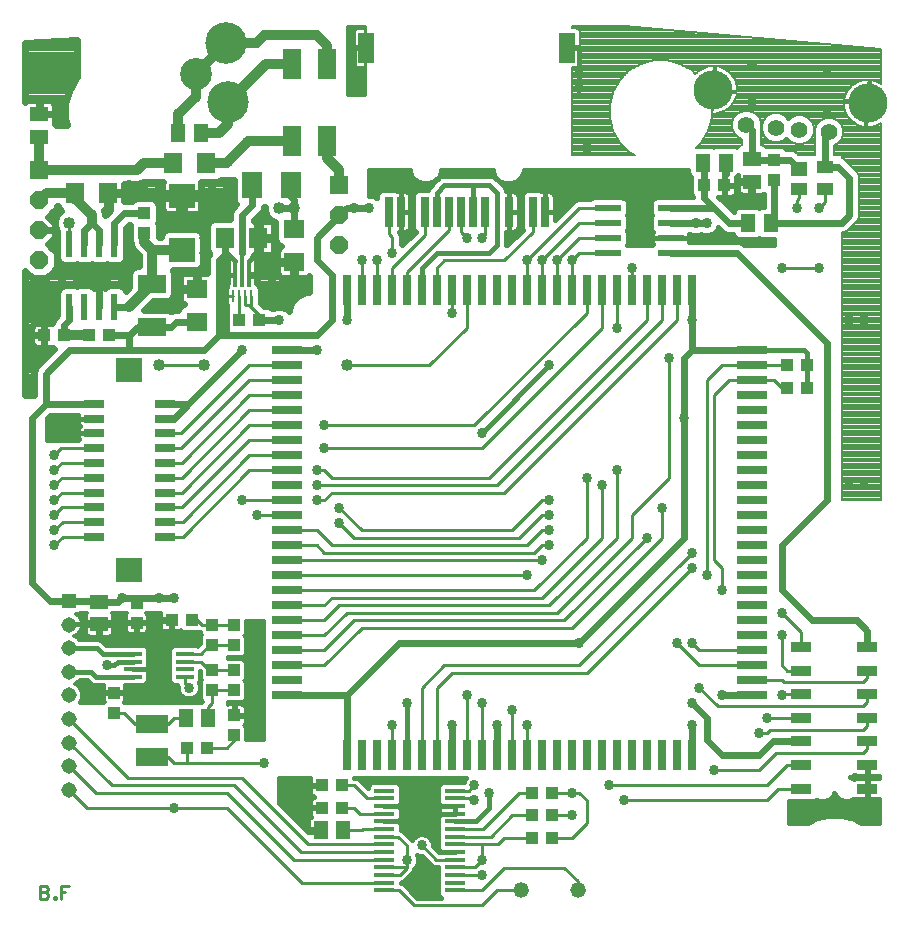
<source format=gtl>
G75*
G70*
%OFA0B0*%
%FSLAX24Y24*%
%IPPOS*%
%LPD*%
%AMOC8*
5,1,8,0,0,1.08239X$1,22.5*
%
%ADD10R,0.0295X0.0984*%
%ADD11R,0.0984X0.0295*%
%ADD12R,0.0280X0.0984*%
%ADD13R,0.0551X0.1000*%
%ADD14C,0.1384*%
%ADD15C,0.1063*%
%ADD16C,0.0554*%
%ADD17C,0.1306*%
%ADD18R,0.0512X0.0591*%
%ADD19R,0.0866X0.0236*%
%ADD20R,0.0591X0.0512*%
%ADD21R,0.0567X0.0394*%
%ADD22R,0.0567X0.0472*%
%ADD23R,0.0394X0.0433*%
%ADD24R,0.0433X0.0394*%
%ADD25R,0.0709X0.0354*%
%ADD26R,0.0701X0.0165*%
%ADD27R,0.0515X0.0515*%
%ADD28C,0.0515*%
%ADD29C,0.0520*%
%ADD30R,0.0630X0.0157*%
%ADD31R,0.0618X0.0744*%
%ADD32R,0.0594X0.0594*%
%ADD33OC8,0.0594*%
%ADD34R,0.0236X0.0866*%
%ADD35R,0.0906X0.0906*%
%ADD36R,0.0591X0.0984*%
%ADD37R,0.0630X0.0709*%
%ADD38R,0.0669X0.0276*%
%ADD39R,0.0866X0.0787*%
%ADD40R,0.0860X0.0800*%
%ADD41R,0.0945X0.0591*%
%ADD42R,0.0709X0.0630*%
%ADD43R,0.0118X0.0787*%
%ADD44R,0.0098X0.0394*%
%ADD45R,0.0650X0.0906*%
%ADD46R,0.1063X0.0630*%
%ADD47C,0.0090*%
%ADD48C,0.0340*%
%ADD49C,0.0160*%
%ADD50C,0.0240*%
%ADD51C,0.0100*%
%ADD52C,0.0591*%
%ADD53C,0.0120*%
%ADD54C,0.0320*%
%ADD55C,0.0080*%
%ADD56C,0.0400*%
D10*
X011220Y005680D03*
X011720Y005680D03*
X012220Y005680D03*
X012720Y005680D03*
X013220Y005680D03*
X013720Y005680D03*
X014220Y005680D03*
X014720Y005680D03*
X015220Y005680D03*
X015720Y005680D03*
X016220Y005680D03*
X016720Y005680D03*
X017220Y005680D03*
X017720Y005680D03*
X018220Y005680D03*
X018720Y005680D03*
X019220Y005680D03*
X019720Y005680D03*
X020220Y005680D03*
X020720Y005680D03*
X021220Y005680D03*
X021720Y005680D03*
X022220Y005680D03*
X022720Y005680D03*
X022720Y021180D03*
X022220Y021180D03*
X021720Y021180D03*
X021220Y021180D03*
X020720Y021180D03*
X020220Y021180D03*
X019720Y021180D03*
X019220Y021180D03*
X018720Y021180D03*
X018220Y021180D03*
X017720Y021180D03*
X017220Y021180D03*
X016720Y021180D03*
X016220Y021180D03*
X015720Y021180D03*
X015220Y021180D03*
X014720Y021180D03*
X014220Y021180D03*
X013720Y021180D03*
X013220Y021180D03*
X012720Y021180D03*
X012220Y021180D03*
X011720Y021180D03*
X011220Y021180D03*
D11*
X009220Y019180D03*
X009220Y018680D03*
X009220Y018180D03*
X009220Y017680D03*
X009220Y017180D03*
X009220Y016680D03*
X009220Y016180D03*
X009220Y015680D03*
X009220Y015180D03*
X009220Y014680D03*
X009220Y014180D03*
X009220Y013680D03*
X009220Y013180D03*
X009220Y012680D03*
X009220Y012180D03*
X009220Y011680D03*
X009220Y011180D03*
X009220Y010680D03*
X009220Y010180D03*
X009220Y009680D03*
X009220Y009180D03*
X009220Y008680D03*
X009220Y008180D03*
X009220Y007680D03*
X024720Y007680D03*
X024720Y008180D03*
X024720Y008680D03*
X024720Y009180D03*
X024720Y009680D03*
X024720Y010180D03*
X024720Y010680D03*
X024720Y011180D03*
X024720Y011680D03*
X024720Y012180D03*
X024720Y012680D03*
X024720Y013180D03*
X024720Y013680D03*
X024720Y014180D03*
X024720Y014680D03*
X024720Y015180D03*
X024720Y015680D03*
X024720Y016180D03*
X024720Y016680D03*
X024720Y017180D03*
X024720Y017680D03*
X024720Y018180D03*
X024720Y018680D03*
X024720Y019180D03*
D12*
X017830Y023808D03*
X017429Y023808D03*
X016626Y023808D03*
X015822Y023808D03*
X015421Y023808D03*
X015019Y023808D03*
X014618Y023808D03*
X014216Y023808D03*
X013814Y023808D03*
X013011Y023808D03*
X012610Y023808D03*
D13*
X011870Y029276D03*
X018570Y029276D03*
D14*
X007274Y027453D03*
X007205Y029421D03*
D15*
X006177Y028400D03*
D16*
X024541Y026691D03*
X025522Y026606D03*
X026306Y026537D03*
X027287Y026451D03*
D17*
X028584Y027413D03*
X023430Y027864D03*
D18*
X023096Y025430D03*
X023844Y025430D03*
X024596Y023430D03*
X025344Y023430D03*
X011094Y003180D03*
X010346Y003180D03*
X006594Y006930D03*
X005846Y006930D03*
X005596Y026430D03*
X006344Y026430D03*
D19*
X019920Y023930D03*
X019920Y023430D03*
X019920Y022930D03*
X019920Y022430D03*
X022020Y022430D03*
X022020Y022930D03*
X022020Y023430D03*
X022020Y023930D03*
D20*
X024720Y024806D03*
X024720Y025554D03*
X002970Y010804D03*
X002970Y010056D03*
X000970Y026306D03*
X000970Y027054D03*
D21*
X026287Y024556D03*
X027153Y024556D03*
X027153Y025304D03*
D22*
X026287Y025225D03*
D23*
X025470Y025515D03*
X025470Y024845D03*
X007470Y010015D03*
X007470Y009345D03*
X006720Y009345D03*
X006720Y010015D03*
X006720Y008515D03*
X006720Y007845D03*
X007470Y007845D03*
X007470Y008515D03*
X007470Y007015D03*
X007470Y006345D03*
X004220Y010095D03*
X004220Y010765D03*
X003470Y007765D03*
X003470Y007095D03*
X004470Y023095D03*
X004470Y023765D03*
D24*
X007635Y020180D03*
X008305Y020180D03*
X003305Y019680D03*
X002635Y019680D03*
X001805Y019680D03*
X001135Y019680D03*
X005385Y010180D03*
X006055Y010180D03*
X005885Y005930D03*
X006555Y005930D03*
X010385Y004680D03*
X011055Y004680D03*
X011055Y003930D03*
X010385Y003930D03*
X017385Y003680D03*
X018055Y003680D03*
X018055Y004430D03*
X017385Y004430D03*
X017385Y002930D03*
X018055Y002930D03*
X025885Y017930D03*
X026555Y017930D03*
X026555Y018680D03*
X025885Y018680D03*
X023805Y024680D03*
X023135Y024680D03*
D25*
X026368Y009292D03*
X026368Y008505D03*
X026368Y007717D03*
X026368Y006930D03*
X026368Y006143D03*
X026368Y005355D03*
X026368Y004568D03*
X028572Y004568D03*
X028572Y005355D03*
X028572Y006143D03*
X028572Y006930D03*
X028572Y007717D03*
X028572Y008505D03*
X028572Y009292D03*
D26*
X014809Y004507D03*
X014809Y004251D03*
X014809Y003995D03*
X014809Y003739D03*
X014809Y003483D03*
X014809Y003227D03*
X014809Y002971D03*
X014809Y002715D03*
X014809Y002460D03*
X014809Y002204D03*
X014809Y001948D03*
X014809Y001692D03*
X014809Y001436D03*
X014809Y001180D03*
X012470Y001180D03*
X012470Y001436D03*
X012470Y001692D03*
X012470Y001948D03*
X012470Y002204D03*
X012470Y002460D03*
X012470Y002715D03*
X012470Y002971D03*
X012470Y003227D03*
X012470Y003483D03*
X012470Y003739D03*
X012470Y003995D03*
X012470Y004251D03*
X012470Y004507D03*
D27*
X001970Y010830D03*
D28*
X001970Y010042D03*
X001970Y009255D03*
X001970Y008467D03*
X001970Y007680D03*
X001970Y006893D03*
X001970Y006105D03*
X001970Y005318D03*
X001970Y004530D03*
D29*
X017020Y001180D03*
X018920Y001180D03*
D30*
X005836Y008296D03*
X005836Y008552D03*
X005836Y008808D03*
X005836Y009064D03*
X004104Y009064D03*
X004104Y008808D03*
X004104Y008552D03*
X004104Y008296D03*
D31*
X004970Y008680D03*
D32*
X010970Y024680D03*
X000970Y025180D03*
D33*
X000970Y024180D03*
X000970Y023180D03*
X000970Y022180D03*
X010970Y022680D03*
X010970Y023680D03*
D34*
X003470Y022730D03*
X002970Y022730D03*
X002470Y022730D03*
X001970Y022730D03*
X001970Y020630D03*
X002470Y020630D03*
X002970Y020630D03*
X003470Y020630D03*
D35*
X002720Y021680D03*
D36*
X009379Y026150D03*
X010561Y026150D03*
X010561Y028710D03*
X009379Y028710D03*
D37*
X006521Y025430D03*
X005419Y025430D03*
X003271Y024430D03*
X002169Y024430D03*
X007169Y022930D03*
X008271Y022930D03*
D38*
X005151Y017395D03*
X005151Y016902D03*
X005151Y016410D03*
X005151Y015918D03*
X005151Y015426D03*
X005151Y014934D03*
X005151Y014442D03*
X005151Y013950D03*
X005151Y013458D03*
X005151Y012965D03*
X002789Y012965D03*
X002789Y013458D03*
X002789Y013950D03*
X002789Y014442D03*
X002789Y014934D03*
X002789Y015426D03*
X002789Y015918D03*
X002789Y016410D03*
X002789Y016902D03*
X002789Y017395D03*
D39*
X003970Y018517D03*
X003970Y011843D03*
D40*
X005720Y022530D03*
X005720Y024330D03*
D41*
X004720Y021408D03*
X004720Y019952D03*
D42*
X006220Y020129D03*
X006220Y021231D03*
X009470Y022129D03*
X009470Y023231D03*
D43*
X007956Y021706D03*
X007720Y021706D03*
X007484Y021706D03*
D44*
X007425Y020997D03*
X007622Y020997D03*
X007818Y020997D03*
X008015Y020997D03*
D45*
X008070Y024680D03*
X009370Y024680D03*
D46*
X004720Y006731D03*
X004720Y005629D03*
D47*
X000990Y001315D02*
X000990Y000905D01*
X001195Y000905D01*
X001263Y000973D01*
X001263Y001042D01*
X001195Y001110D01*
X000990Y001110D01*
X001195Y001110D02*
X001263Y001179D01*
X001263Y001247D01*
X001195Y001315D01*
X000990Y001315D01*
X001450Y000973D02*
X001518Y000973D01*
X001518Y000905D01*
X001450Y000905D01*
X001450Y000973D01*
X001680Y000905D02*
X001680Y001315D01*
X001954Y001315D01*
X001817Y001110D02*
X001680Y001110D01*
D48*
X005470Y003930D03*
X008470Y005430D03*
X009220Y004680D03*
X009220Y004180D03*
X009720Y003680D03*
X012720Y006680D03*
X013220Y007430D03*
X014720Y006680D03*
X015220Y007680D03*
X015720Y007430D03*
X016220Y006680D03*
X016720Y007180D03*
X017220Y006680D03*
X015470Y004680D03*
X015970Y004430D03*
X015470Y004180D03*
X013970Y003680D03*
X013970Y003180D03*
X013720Y002680D03*
X013220Y002180D03*
X013720Y001680D03*
X013720Y001180D03*
X013220Y001430D03*
X013220Y003180D03*
X013220Y003680D03*
X013220Y004180D03*
X015720Y002180D03*
X015720Y001680D03*
X018720Y003680D03*
X018720Y004430D03*
X019970Y004680D03*
X020470Y004180D03*
X022720Y006680D03*
X022720Y007430D03*
X022970Y007930D03*
X023720Y007680D03*
X024970Y006430D03*
X025220Y006930D03*
X025720Y007680D03*
X025720Y009680D03*
X025720Y010430D03*
X023720Y011180D03*
X023220Y011680D03*
X022720Y011930D03*
X022720Y012430D03*
X021220Y012930D03*
X021720Y013930D03*
X020220Y015180D03*
X019720Y014680D03*
X019220Y014930D03*
X017970Y014180D03*
X017970Y013680D03*
X017970Y013180D03*
X017970Y012680D03*
X017720Y012180D03*
X017220Y011680D03*
X018970Y009430D03*
X022220Y009430D03*
X022720Y009430D03*
X023470Y005180D03*
X026220Y003680D03*
X028220Y003680D03*
X028595Y004055D03*
X028470Y014680D03*
X027970Y014680D03*
X027970Y020180D03*
X028470Y020180D03*
X026970Y021930D03*
X025720Y021930D03*
X026220Y023930D03*
X026970Y023930D03*
X024970Y024180D03*
X024470Y024180D03*
X023970Y024180D03*
X023220Y023430D03*
X022845Y023430D03*
X022220Y024680D03*
X020470Y024680D03*
X019220Y024680D03*
X018220Y024680D03*
X017220Y024680D03*
X015720Y022930D03*
X015220Y022930D03*
X017220Y022180D03*
X017720Y022180D03*
X018220Y022180D03*
X018720Y022180D03*
X020720Y021930D03*
X020220Y019930D03*
X021970Y018930D03*
X022720Y020180D03*
X022470Y016930D03*
X017970Y018680D03*
X015720Y016430D03*
X014720Y020430D03*
X012720Y022430D03*
X012220Y022180D03*
X011720Y022180D03*
X011470Y023930D03*
X011970Y023930D03*
X012220Y024680D03*
X013220Y024680D03*
X011470Y027930D03*
X011470Y028430D03*
X007220Y024680D03*
X007220Y024180D03*
X006720Y024180D03*
X006720Y024680D03*
X006470Y022930D03*
X006470Y022430D03*
X006470Y021930D03*
X005595Y021680D03*
X005595Y021180D03*
X005595Y020680D03*
X003720Y021430D03*
X003720Y021930D03*
X003220Y021930D03*
X003220Y021430D03*
X002220Y021430D03*
X002220Y021930D03*
X001720Y021930D03*
X001720Y021430D03*
X001470Y022680D03*
X001470Y023680D03*
X003970Y024180D03*
X003970Y024680D03*
X004470Y024680D03*
X004970Y024680D03*
X004970Y024180D03*
X003970Y022930D03*
X003970Y022430D03*
X007720Y019180D03*
X008970Y020180D03*
X008720Y020930D03*
X008470Y021180D03*
X008720Y021430D03*
X008470Y021680D03*
X008720Y021930D03*
X008470Y022180D03*
X010220Y019180D03*
X011220Y020180D03*
X010470Y016680D03*
X010470Y015930D03*
X010220Y015180D03*
X010220Y014680D03*
X010220Y014180D03*
X010970Y013930D03*
X010970Y013430D03*
X008220Y013680D03*
X007720Y014180D03*
X005470Y010930D03*
X004970Y010930D03*
X003720Y010930D03*
X004470Y009430D03*
X004970Y009430D03*
X005470Y009430D03*
X005470Y007930D03*
X005970Y007930D03*
X004970Y007930D03*
X004470Y007930D03*
X003220Y008680D03*
X001470Y012680D03*
X001470Y013180D03*
X001470Y013680D03*
X001470Y014180D03*
X001470Y014680D03*
X001470Y015180D03*
X001470Y015680D03*
X001470Y016430D03*
X001470Y016930D03*
X001970Y016930D03*
X001970Y016430D03*
X008220Y009930D03*
X008220Y009430D03*
X008220Y008930D03*
X008220Y007930D03*
X008220Y007430D03*
X008220Y006930D03*
X019220Y025930D03*
X018970Y027930D03*
X018970Y028430D03*
X024720Y028680D03*
X024720Y027430D03*
X027220Y027180D03*
X027220Y028430D03*
X001720Y027930D03*
X001720Y027430D03*
X001220Y027930D03*
X000720Y027930D03*
X001720Y026930D03*
D49*
X007169Y022481D02*
X007484Y022166D01*
X007377Y022273D02*
X007355Y022267D01*
X007314Y022243D01*
X007281Y022210D01*
X007257Y022169D01*
X007245Y022123D01*
X007245Y021706D01*
X007470Y021706D01*
X007470Y021706D01*
X007245Y021706D01*
X007245Y021430D01*
X007220Y021430D01*
X007220Y021284D01*
X007208Y021263D01*
X007196Y021217D01*
X007196Y020997D01*
X007220Y020997D01*
X007220Y020997D01*
X007196Y020997D01*
X007196Y020776D01*
X007208Y020731D01*
X007220Y020709D01*
X007220Y019805D01*
X006970Y019805D01*
X006970Y022180D01*
X007220Y022430D01*
X007246Y022404D01*
X007246Y022396D01*
X007254Y022396D01*
X007377Y022273D01*
X007282Y022212D02*
X007002Y022212D01*
X006970Y022053D02*
X007245Y022053D01*
X007245Y021895D02*
X006970Y021895D01*
X006970Y021736D02*
X007245Y021736D01*
X007245Y021578D02*
X006970Y021578D01*
X006970Y021419D02*
X007220Y021419D01*
X007207Y021261D02*
X006970Y021261D01*
X006970Y021102D02*
X007196Y021102D01*
X007196Y020944D02*
X006970Y020944D01*
X006970Y020785D02*
X007196Y020785D01*
X007220Y020627D02*
X006970Y020627D01*
X006970Y020468D02*
X007220Y020468D01*
X007220Y020310D02*
X006970Y020310D01*
X006970Y020151D02*
X007220Y020151D01*
X007220Y019993D02*
X006970Y019993D01*
X006970Y019834D02*
X007220Y019834D01*
X007956Y022166D02*
X008271Y022481D01*
X008271Y022930D01*
X007280Y022370D02*
X007160Y022370D01*
X011970Y024340D02*
X011970Y025180D01*
X013326Y025180D01*
X013326Y025158D01*
X013405Y024969D01*
X013550Y024824D01*
X013739Y024745D01*
X013945Y024745D01*
X014134Y024824D01*
X014279Y024969D01*
X014358Y025158D01*
X014358Y025180D01*
X016082Y025180D01*
X016082Y025158D01*
X016161Y024969D01*
X016306Y024824D01*
X016495Y024745D01*
X016701Y024745D01*
X016890Y024824D01*
X017035Y024969D01*
X017114Y025158D01*
X017114Y025180D01*
X022600Y025180D01*
X022600Y025087D01*
X022637Y024999D01*
X022688Y024947D01*
X022679Y024925D01*
X022679Y024435D01*
X022715Y024347D01*
X022773Y024290D01*
X021948Y024290D01*
X021944Y024288D01*
X021539Y024288D01*
X021451Y024252D01*
X021383Y024184D01*
X021347Y024096D01*
X021347Y023764D01*
X021382Y023680D01*
X021347Y023596D01*
X021347Y023264D01*
X021383Y023176D01*
X021427Y023132D01*
X021419Y023118D01*
X021407Y023072D01*
X021407Y022930D01*
X021407Y022788D01*
X021419Y022742D01*
X021427Y022728D01*
X021383Y022684D01*
X021382Y022680D01*
X020558Y022680D01*
X020593Y022764D01*
X020593Y023096D01*
X020558Y023180D01*
X020593Y023264D01*
X020593Y023596D01*
X020558Y023680D01*
X020593Y023764D01*
X020593Y024096D01*
X020557Y024184D01*
X020489Y024252D01*
X020401Y024288D01*
X019439Y024288D01*
X019351Y024252D01*
X019319Y024220D01*
X018912Y024220D01*
X018806Y024176D01*
X018724Y024094D01*
X018150Y023520D01*
X018150Y023808D01*
X018150Y024324D01*
X018138Y024370D01*
X018114Y024411D01*
X018081Y024444D01*
X018039Y024468D01*
X017994Y024480D01*
X017830Y024480D01*
X017728Y024480D01*
X017704Y024504D01*
X017616Y024540D01*
X017241Y024540D01*
X017153Y024504D01*
X017085Y024436D01*
X017049Y024348D01*
X017049Y023268D01*
X017078Y023198D01*
X016560Y022680D01*
X016540Y022680D01*
X016540Y023136D01*
X016626Y023136D01*
X016789Y023136D01*
X016835Y023148D01*
X016876Y023172D01*
X016909Y023205D01*
X016933Y023246D01*
X016945Y023292D01*
X016945Y023808D01*
X016945Y024324D01*
X016933Y024370D01*
X016909Y024411D01*
X016876Y024444D01*
X016835Y024468D01*
X016789Y024480D01*
X016626Y024480D01*
X016626Y023808D01*
X016945Y023808D01*
X016626Y023808D01*
X016626Y023808D01*
X016626Y023808D01*
X016626Y023136D01*
X016626Y023808D01*
X016626Y023808D01*
X016626Y024480D01*
X016540Y024480D01*
X016540Y024494D01*
X016491Y024611D01*
X016151Y024951D01*
X016034Y025000D01*
X014406Y025000D01*
X014289Y024951D01*
X014199Y024861D01*
X013945Y024607D01*
X013917Y024540D01*
X013627Y024540D01*
X013539Y024504D01*
X013471Y024436D01*
X013435Y024348D01*
X013435Y023268D01*
X013471Y023180D01*
X013516Y023136D01*
X013060Y022680D01*
X013050Y022680D01*
X013010Y022720D01*
X013010Y023017D01*
X012966Y023124D01*
X012954Y023136D01*
X013011Y023136D01*
X013011Y023808D01*
X013011Y024480D01*
X012909Y024480D01*
X012885Y024504D01*
X012797Y024540D01*
X012422Y024540D01*
X012334Y024504D01*
X012267Y024436D01*
X012230Y024348D01*
X012230Y024250D01*
X012202Y024278D01*
X012052Y024340D01*
X011970Y024340D01*
X011970Y024431D02*
X012264Y024431D01*
X012230Y024272D02*
X012208Y024272D01*
X011970Y024589D02*
X013937Y024589D01*
X013950Y024748D02*
X014085Y024748D01*
X014217Y024906D02*
X014243Y024906D01*
X014319Y025065D02*
X016121Y025065D01*
X016197Y024906D02*
X016223Y024906D01*
X016355Y024748D02*
X016490Y024748D01*
X016500Y024589D02*
X022679Y024589D01*
X022681Y024431D02*
X018094Y024431D01*
X018150Y024272D02*
X019400Y024272D01*
X018743Y024114D02*
X018150Y024114D01*
X018150Y023955D02*
X018585Y023955D01*
X018426Y023797D02*
X018150Y023797D01*
X018150Y023808D02*
X017830Y023808D01*
X017830Y024480D01*
X017830Y023808D01*
X017830Y023808D01*
X018150Y023808D01*
X018150Y023638D02*
X018268Y023638D01*
X017830Y023808D02*
X017830Y023808D01*
X017830Y023955D02*
X017830Y023955D01*
X017830Y024114D02*
X017830Y024114D01*
X017830Y024272D02*
X017830Y024272D01*
X017830Y024431D02*
X017830Y024431D01*
X017083Y024431D02*
X016889Y024431D01*
X016945Y024272D02*
X017049Y024272D01*
X017049Y024114D02*
X016945Y024114D01*
X016945Y023955D02*
X017049Y023955D01*
X017049Y023797D02*
X016945Y023797D01*
X016945Y023638D02*
X017049Y023638D01*
X017049Y023480D02*
X016945Y023480D01*
X016945Y023321D02*
X017049Y023321D01*
X017042Y023163D02*
X016860Y023163D01*
X016884Y023004D02*
X016540Y023004D01*
X016540Y022846D02*
X016725Y022846D01*
X016567Y022687D02*
X016540Y022687D01*
X016220Y022680D02*
X016220Y024430D01*
X015970Y024680D01*
X015470Y024680D01*
X014470Y024680D01*
X014216Y024426D01*
X014216Y023808D01*
X013435Y023797D02*
X013331Y023797D01*
X013331Y023808D02*
X013011Y023808D01*
X013011Y023808D01*
X013011Y023808D01*
X013011Y024480D01*
X013175Y024480D01*
X013221Y024468D01*
X013262Y024444D01*
X013295Y024411D01*
X013319Y024370D01*
X013331Y024324D01*
X013331Y023808D01*
X013011Y023808D01*
X013011Y023136D01*
X013175Y023136D01*
X013221Y023148D01*
X013262Y023172D01*
X013295Y023205D01*
X013319Y023246D01*
X013331Y023292D01*
X013331Y023808D01*
X013331Y023955D02*
X013435Y023955D01*
X013435Y024114D02*
X013331Y024114D01*
X013331Y024272D02*
X013435Y024272D01*
X013469Y024431D02*
X013275Y024431D01*
X013011Y024431D02*
X013011Y024431D01*
X013011Y024272D02*
X013011Y024272D01*
X013011Y024114D02*
X013011Y024114D01*
X013011Y023955D02*
X013011Y023955D01*
X013011Y023808D02*
X013011Y023808D01*
X013011Y023797D02*
X013011Y023797D01*
X013011Y023638D02*
X013011Y023638D01*
X013011Y023480D02*
X013011Y023480D01*
X013011Y023321D02*
X013011Y023321D01*
X013011Y023163D02*
X013011Y023163D01*
X013010Y023004D02*
X013384Y023004D01*
X013489Y023163D02*
X013246Y023163D01*
X013331Y023321D02*
X013435Y023321D01*
X013435Y023480D02*
X013331Y023480D01*
X013331Y023638D02*
X013435Y023638D01*
X013225Y022846D02*
X013010Y022846D01*
X013043Y022687D02*
X013067Y022687D01*
X013720Y021930D02*
X014220Y022430D01*
X015970Y022430D01*
X016220Y022680D01*
X016626Y023163D02*
X016626Y023163D01*
X016626Y023321D02*
X016626Y023321D01*
X016626Y023480D02*
X016626Y023480D01*
X016626Y023638D02*
X016626Y023638D01*
X016626Y023797D02*
X016626Y023797D01*
X016626Y023955D02*
X016626Y023955D01*
X016626Y024114D02*
X016626Y024114D01*
X016626Y024272D02*
X016626Y024272D01*
X016626Y024431D02*
X016626Y024431D01*
X016706Y024748D02*
X022679Y024748D01*
X022679Y024906D02*
X016972Y024906D01*
X017075Y025065D02*
X022609Y025065D01*
X023606Y024303D02*
X023786Y024303D01*
X023786Y024662D01*
X023823Y024662D01*
X023823Y024698D01*
X024201Y024698D01*
X024201Y024901D01*
X024189Y024946D01*
X024175Y024970D01*
X024210Y024991D01*
X024244Y025024D01*
X024245Y025026D01*
X024245Y024854D01*
X024672Y024854D01*
X024672Y024758D01*
X024245Y024758D01*
X024245Y024526D01*
X024257Y024481D01*
X024281Y024440D01*
X024314Y024406D01*
X024355Y024382D01*
X024401Y024370D01*
X024672Y024370D01*
X024672Y024758D01*
X024768Y024758D01*
X024768Y024370D01*
X025039Y024370D01*
X025085Y024382D01*
X025110Y024397D01*
X025110Y023965D01*
X025040Y023965D01*
X024970Y023936D01*
X024900Y023965D01*
X024292Y023965D01*
X024204Y023929D01*
X024137Y023861D01*
X024111Y023798D01*
X023775Y024134D01*
X023606Y024303D01*
X023637Y024272D02*
X025110Y024272D01*
X025110Y024114D02*
X023796Y024114D01*
X023775Y024134D02*
X023775Y024134D01*
X023823Y024303D02*
X024045Y024303D01*
X024091Y024315D01*
X024132Y024339D01*
X024165Y024373D01*
X024189Y024414D01*
X024201Y024459D01*
X024201Y024662D01*
X023823Y024662D01*
X023823Y024303D01*
X023823Y024431D02*
X023786Y024431D01*
X023786Y024589D02*
X023823Y024589D01*
X023823Y024698D02*
X023786Y024698D01*
X023786Y024955D01*
X023796Y024955D01*
X023796Y025180D01*
X023892Y025180D01*
X023892Y025057D01*
X023823Y025057D01*
X023823Y024698D01*
X023823Y024748D02*
X023786Y024748D01*
X023786Y024906D02*
X023823Y024906D01*
X023796Y025065D02*
X023892Y025065D01*
X024200Y024906D02*
X024245Y024906D01*
X024245Y024748D02*
X024201Y024748D01*
X024201Y024589D02*
X024245Y024589D01*
X024290Y024431D02*
X024193Y024431D01*
X024672Y024431D02*
X024768Y024431D01*
X024768Y024589D02*
X024672Y024589D01*
X024672Y024748D02*
X024768Y024748D01*
X024924Y023955D02*
X025016Y023955D01*
X024268Y023955D02*
X023954Y023955D01*
X023604Y023287D02*
X023665Y023226D01*
X023766Y023125D01*
X023898Y023070D01*
X024107Y023070D01*
X024137Y022999D01*
X024204Y022931D01*
X024292Y022895D01*
X024900Y022895D01*
X024970Y022924D01*
X025040Y022895D01*
X025470Y022895D01*
X025470Y022680D01*
X024479Y022680D01*
X024424Y022735D01*
X024292Y022790D01*
X022633Y022790D01*
X022633Y022930D01*
X022633Y023070D01*
X022643Y023070D01*
X022763Y023020D01*
X022927Y023020D01*
X023033Y023064D01*
X023138Y023020D01*
X023302Y023020D01*
X023452Y023082D01*
X023568Y023198D01*
X023604Y023287D01*
X023532Y023163D02*
X023728Y023163D01*
X024134Y023004D02*
X022633Y023004D01*
X022633Y022930D02*
X022020Y022930D01*
X022020Y022930D01*
X022633Y022930D01*
X022633Y022846D02*
X025470Y022846D01*
X025470Y022687D02*
X024472Y022687D01*
X022020Y022930D02*
X021407Y022930D01*
X022020Y022930D01*
X022020Y022930D01*
X021407Y023004D02*
X020593Y023004D01*
X020593Y022846D02*
X021407Y022846D01*
X021386Y022687D02*
X020561Y022687D01*
X020565Y023163D02*
X021397Y023163D01*
X021347Y023321D02*
X020593Y023321D01*
X020593Y023480D02*
X021347Y023480D01*
X021364Y023638D02*
X020576Y023638D01*
X020593Y023797D02*
X021347Y023797D01*
X021347Y023955D02*
X020593Y023955D01*
X020586Y024114D02*
X021354Y024114D01*
X021500Y024272D02*
X020440Y024272D01*
X018970Y027930D02*
X018970Y029276D01*
X018570Y029276D01*
X015421Y024631D02*
X015421Y023808D01*
X013734Y024748D02*
X011970Y024748D01*
X011970Y024906D02*
X013468Y024906D01*
X013365Y025065D02*
X011970Y025065D01*
X011470Y028430D02*
X011470Y029276D01*
X011870Y029276D01*
X013720Y021930D02*
X013720Y021180D01*
X017970Y018680D02*
X015720Y016430D01*
X013220Y007430D02*
X013220Y005680D01*
X012903Y004789D02*
X012037Y004789D01*
X011920Y004672D01*
X011920Y004584D01*
X011612Y004892D01*
X011520Y004930D01*
X011471Y004930D01*
X015197Y004930D01*
X015156Y004890D01*
X015115Y004789D01*
X014375Y004789D01*
X014258Y004672D01*
X014258Y004085D01*
X014278Y004065D01*
X014278Y003995D01*
X014349Y003995D01*
X014278Y003995D01*
X014278Y003889D01*
X014284Y003867D01*
X014278Y003845D01*
X014278Y003739D01*
X014278Y003669D01*
X014258Y003649D01*
X014258Y002550D01*
X014278Y002530D01*
X014278Y002475D01*
X014090Y002664D01*
X014090Y002754D01*
X014034Y002890D01*
X013930Y002994D01*
X013794Y003050D01*
X013646Y003050D01*
X013510Y002994D01*
X013406Y002890D01*
X013394Y002860D01*
X013141Y003113D01*
X013070Y003183D01*
X013020Y003204D01*
X013020Y003393D01*
X013000Y003413D01*
X013000Y003483D01*
X012930Y003483D01*
X012930Y003483D01*
X012930Y003483D01*
X013000Y003483D01*
X013000Y003554D01*
X013020Y003574D01*
X013020Y003905D01*
X013000Y003925D01*
X013000Y003995D01*
X013000Y004065D01*
X013020Y004085D01*
X013020Y004672D01*
X012903Y004789D01*
X012916Y004777D02*
X014362Y004777D01*
X014258Y004618D02*
X013020Y004618D01*
X013020Y004460D02*
X014258Y004460D01*
X014258Y004301D02*
X013020Y004301D01*
X013020Y004143D02*
X014258Y004143D01*
X014278Y003984D02*
X013000Y003984D01*
X013000Y003995D02*
X012930Y003995D01*
X013000Y003995D01*
X012930Y003995D02*
X012930Y003995D01*
X012930Y003995D01*
X013020Y003826D02*
X014278Y003826D01*
X014270Y003740D02*
X014810Y003740D01*
X014809Y003766D02*
X014809Y003968D01*
X014809Y003968D01*
X014809Y003766D01*
X014809Y003766D01*
X014809Y003826D02*
X014809Y003826D01*
X014809Y003995D02*
X013970Y003995D01*
X013970Y003680D01*
X014277Y003667D02*
X013020Y003667D01*
X013000Y003509D02*
X014258Y003509D01*
X014258Y003350D02*
X013020Y003350D01*
X013050Y003192D02*
X014258Y003192D01*
X014258Y003033D02*
X013835Y003033D01*
X013605Y003033D02*
X013221Y003033D01*
X013379Y002875D02*
X013400Y002875D01*
X013550Y002350D02*
X013646Y002310D01*
X013736Y002310D01*
X014055Y001992D01*
X014147Y001954D01*
X014258Y001954D01*
X014258Y001270D01*
X014258Y001014D01*
X014343Y000930D01*
X013574Y000930D01*
X013182Y001322D01*
X013112Y001392D01*
X013020Y001430D01*
X013020Y001442D01*
X013032Y001442D01*
X013123Y001480D01*
X013194Y001550D01*
X013362Y001718D01*
X013432Y001788D01*
X013470Y001880D01*
X013470Y001907D01*
X013534Y001970D01*
X013590Y002106D01*
X013590Y002254D01*
X013550Y002350D01*
X013590Y002241D02*
X013806Y002241D01*
X013964Y002082D02*
X013580Y002082D01*
X013487Y001924D02*
X014258Y001924D01*
X014258Y001765D02*
X013409Y001765D01*
X013250Y001607D02*
X014258Y001607D01*
X014258Y001448D02*
X013046Y001448D01*
X013214Y001290D02*
X014258Y001290D01*
X014258Y001131D02*
X013373Y001131D01*
X013531Y000973D02*
X014300Y000973D01*
X014294Y002460D02*
X014294Y002460D01*
X014349Y002460D01*
X014349Y002460D01*
X014349Y002460D01*
X014294Y002460D01*
X014315Y002460D02*
X014095Y002680D01*
X014090Y002716D02*
X014258Y002716D01*
X014258Y002558D02*
X014196Y002558D01*
X014315Y002460D02*
X014809Y002460D01*
X014258Y002875D02*
X014040Y002875D01*
X014809Y003483D02*
X015523Y003483D01*
X015970Y003930D01*
X015970Y004430D01*
X014349Y003995D02*
X014349Y003995D01*
X014349Y003739D02*
X014349Y003739D01*
X014278Y003739D01*
X014349Y003739D01*
X013220Y003680D02*
X013220Y003483D01*
X012470Y003483D01*
X012470Y003995D02*
X013220Y003995D01*
X013220Y003680D01*
X011920Y004618D02*
X011886Y004618D01*
X012024Y004777D02*
X011727Y004777D01*
X011471Y004930D02*
X011471Y004930D01*
X010220Y004698D02*
X010220Y004662D01*
X009989Y004662D01*
X009989Y004459D01*
X010001Y004414D01*
X010025Y004373D01*
X010058Y004339D01*
X010099Y004315D01*
X010138Y004305D01*
X010099Y004295D01*
X010058Y004271D01*
X010025Y004237D01*
X010001Y004196D01*
X009989Y004151D01*
X009989Y003948D01*
X010220Y003948D01*
X010220Y003912D01*
X009989Y003912D01*
X009989Y003709D01*
X010001Y003664D01*
X010015Y003640D01*
X009980Y003619D01*
X009946Y003586D01*
X009922Y003545D01*
X009910Y003499D01*
X009910Y003228D01*
X010220Y003228D01*
X010220Y003132D01*
X009928Y003132D01*
X008970Y004090D01*
X008970Y004930D01*
X009997Y004930D01*
X009989Y004901D01*
X009989Y004698D01*
X010220Y004698D01*
X009989Y004777D02*
X008970Y004777D01*
X008970Y004618D02*
X009989Y004618D01*
X009989Y004460D02*
X008970Y004460D01*
X008970Y004301D02*
X010123Y004301D01*
X009989Y004143D02*
X008970Y004143D01*
X009076Y003984D02*
X009989Y003984D01*
X009989Y003826D02*
X009235Y003826D01*
X009393Y003667D02*
X010000Y003667D01*
X009913Y003509D02*
X009552Y003509D01*
X009710Y003350D02*
X009910Y003350D01*
X009869Y003192D02*
X010220Y003192D01*
X004970Y008552D02*
X004970Y008680D01*
X004970Y008552D02*
X004104Y008552D01*
X004104Y008296D02*
X002854Y008296D01*
X002683Y008467D01*
X001970Y008467D01*
X001970Y009255D02*
X002895Y009255D01*
X003086Y009064D01*
X004104Y009064D01*
X004104Y008808D02*
X003598Y008808D01*
X003470Y008680D01*
X003220Y008680D01*
X002267Y016208D02*
X001651Y016208D01*
X001582Y016180D01*
X001220Y016180D01*
X001220Y016921D01*
X001334Y017035D01*
X002274Y017035D01*
X002274Y016902D01*
X002274Y016741D01*
X002287Y016695D01*
X002309Y016656D01*
X002287Y016618D01*
X002274Y016572D01*
X002274Y016410D01*
X002274Y016249D01*
X002281Y016222D01*
X002267Y016208D01*
X002274Y016347D02*
X001220Y016347D01*
X001220Y016189D02*
X001603Y016189D01*
X001220Y016506D02*
X002274Y016506D01*
X002274Y016410D02*
X002720Y016410D01*
X002274Y016410D01*
X002304Y016664D02*
X001220Y016664D01*
X001220Y016823D02*
X002274Y016823D01*
X002274Y016902D02*
X002720Y016902D01*
X002720Y016902D01*
X002274Y016902D01*
X002274Y016981D02*
X001280Y016981D01*
X002720Y016410D02*
X002720Y016410D01*
X024720Y019180D02*
X026470Y019180D01*
X026555Y019095D01*
X026555Y018680D01*
X026555Y017930D01*
X028564Y005347D02*
X028581Y005347D01*
X028581Y004998D01*
X028950Y004998D01*
X028970Y005003D01*
X028970Y004920D01*
X028950Y004925D01*
X028581Y004925D01*
X028581Y004576D01*
X028564Y004576D01*
X028564Y004925D01*
X028194Y004925D01*
X028149Y004913D01*
X028123Y004898D01*
X028100Y004921D01*
X028003Y004961D01*
X028100Y005002D01*
X028123Y005025D01*
X028149Y005010D01*
X028194Y004998D01*
X028564Y004998D01*
X028564Y005347D01*
X028564Y005252D02*
X028581Y005252D01*
X028564Y005094D02*
X028581Y005094D01*
X028564Y004777D02*
X028581Y004777D01*
X028564Y004618D02*
X028581Y004618D01*
X028581Y004559D02*
X028581Y004211D01*
X028950Y004211D01*
X028970Y004216D01*
X028970Y003430D01*
X028352Y003430D01*
X028142Y003551D01*
X027699Y003670D01*
X027241Y003670D01*
X026798Y003551D01*
X026588Y003430D01*
X025970Y003430D01*
X025970Y004151D01*
X026770Y004151D01*
X026858Y004187D01*
X026872Y004201D01*
X026993Y004151D01*
X027159Y004151D01*
X027313Y004214D01*
X027430Y004331D01*
X027470Y004428D01*
X027510Y004331D01*
X027627Y004214D01*
X027781Y004151D01*
X027947Y004151D01*
X028100Y004214D01*
X028123Y004237D01*
X028149Y004223D01*
X028194Y004211D01*
X028564Y004211D01*
X028564Y004559D01*
X028581Y004559D01*
X028581Y004460D02*
X028564Y004460D01*
X028564Y004301D02*
X028581Y004301D01*
X028970Y004143D02*
X025970Y004143D01*
X025970Y003984D02*
X028970Y003984D01*
X028970Y003826D02*
X025970Y003826D01*
X025970Y003667D02*
X027230Y003667D01*
X026724Y003509D02*
X025970Y003509D01*
X027399Y004301D02*
X027541Y004301D01*
X027710Y003667D02*
X028970Y003667D01*
X028970Y003509D02*
X028216Y003509D01*
X028067Y004935D02*
X028970Y004935D01*
D50*
X026368Y006143D02*
X025433Y006143D01*
X024970Y005680D01*
X023720Y005680D01*
X023220Y006180D01*
X023220Y006930D01*
X022720Y007430D01*
X022720Y006680D02*
X022720Y005680D01*
X023720Y007680D02*
X024720Y007680D01*
X026720Y010180D02*
X028220Y010180D01*
X028572Y009828D01*
X028572Y009292D01*
X026720Y010180D02*
X025720Y011180D01*
X025720Y012680D01*
X027220Y014180D01*
X027220Y019430D01*
X024220Y022430D01*
X022020Y022430D01*
X022020Y023430D02*
X022845Y023430D01*
X023220Y023430D01*
X023470Y023930D02*
X023135Y024265D01*
X023135Y024680D01*
X023135Y025391D01*
X023096Y025430D01*
X024541Y026691D02*
X024720Y026513D01*
X024720Y025554D01*
X024846Y025554D01*
X024885Y025515D01*
X025470Y025515D01*
X025998Y025515D01*
X026287Y025225D01*
X025470Y024845D02*
X025470Y023430D01*
X027720Y023430D01*
X027970Y023680D01*
X027970Y024930D01*
X027596Y025304D01*
X027153Y025304D01*
X027153Y026318D01*
X027287Y026451D01*
X025470Y023430D02*
X025344Y023430D01*
X024596Y023430D02*
X023970Y023430D01*
X023470Y023930D01*
X022020Y023930D01*
X022720Y021180D02*
X022720Y020180D01*
X022720Y019180D01*
X022470Y018930D01*
X022470Y016930D01*
X022470Y012930D01*
X018970Y009430D01*
X012970Y009430D01*
X011220Y007680D01*
X009220Y007680D01*
X011220Y007680D02*
X011220Y005680D01*
X014720Y005680D02*
X014720Y006680D01*
X016220Y006680D02*
X016220Y005680D01*
X005470Y010930D02*
X004970Y010930D01*
X003720Y010930D01*
X004220Y010930D01*
X004220Y010765D01*
X003720Y010930D02*
X003594Y010804D01*
X002970Y010804D01*
X002970Y010830D01*
X001970Y010830D01*
X001320Y010830D01*
X000720Y011430D01*
X000720Y016930D01*
X001185Y017395D01*
X001185Y018395D01*
X001970Y019180D01*
X003970Y019180D01*
X003970Y019680D01*
X003305Y019680D01*
X003970Y019680D02*
X004242Y019952D01*
X004720Y019952D01*
X005344Y019952D01*
X005521Y020129D01*
X006220Y020129D01*
X006419Y020129D01*
X006970Y019680D02*
X010220Y019680D01*
X010720Y020180D01*
X010720Y021680D01*
X010220Y022180D01*
X010220Y022930D01*
X010970Y023680D01*
X011220Y023930D01*
X011470Y023930D01*
X011970Y023930D01*
X009970Y021648D02*
X009970Y021112D01*
X009828Y021112D01*
X009581Y021009D01*
X009391Y020819D01*
X009288Y020572D01*
X009288Y020498D01*
X009225Y020561D01*
X009060Y020630D01*
X008880Y020630D01*
X008760Y020580D01*
X008714Y020580D01*
X008680Y020614D01*
X008577Y020657D01*
X008460Y020657D01*
X008345Y020771D01*
X008345Y021063D01*
X008344Y021064D01*
X008344Y021249D01*
X008302Y021352D01*
X008235Y021419D01*
X008235Y021706D01*
X008235Y022128D01*
X008220Y022184D01*
X008191Y022234D01*
X008150Y022275D01*
X008101Y022304D01*
X008120Y022350D01*
X008120Y022356D01*
X008234Y022356D01*
X008234Y022893D01*
X008309Y022893D01*
X008309Y022967D01*
X008806Y022967D01*
X008806Y023313D01*
X008791Y023369D01*
X008762Y023419D01*
X008721Y023460D01*
X008671Y023489D01*
X008615Y023504D01*
X008309Y023504D01*
X008309Y022967D01*
X008234Y022967D01*
X008234Y023504D01*
X008120Y023504D01*
X008120Y023514D01*
X008297Y023691D01*
X008409Y023804D01*
X008470Y023951D01*
X008470Y023955D01*
X008490Y023963D01*
X008490Y023835D01*
X008563Y023658D01*
X008698Y023523D01*
X008836Y023466D01*
X008836Y022861D01*
X008878Y022758D01*
X008957Y022679D01*
X009030Y022649D01*
X008981Y022620D01*
X008940Y022579D01*
X008911Y022529D01*
X008896Y022473D01*
X008896Y022166D01*
X009433Y022166D01*
X009433Y022091D01*
X009507Y022091D01*
X009507Y021594D01*
X009853Y021594D01*
X009909Y021609D01*
X009959Y021638D01*
X009970Y021648D01*
X009970Y021645D02*
X009967Y021645D01*
X009970Y021407D02*
X008248Y021407D01*
X008235Y021645D02*
X008973Y021645D01*
X008981Y021638D02*
X009031Y021609D01*
X009087Y021594D01*
X009433Y021594D01*
X009433Y022091D01*
X008896Y022091D01*
X008896Y021785D01*
X008911Y021729D01*
X008940Y021679D01*
X008981Y021638D01*
X008896Y021884D02*
X008235Y021884D01*
X008235Y021706D02*
X008060Y021706D01*
X008060Y021706D01*
X008235Y021706D01*
X008344Y021168D02*
X009970Y021168D01*
X009501Y020930D02*
X008345Y020930D01*
X008426Y020691D02*
X009338Y020691D01*
X008970Y020180D02*
X008305Y020180D01*
X007720Y019180D02*
X005935Y017395D01*
X005151Y017395D01*
X005151Y016902D02*
X005442Y016902D01*
X005935Y017395D01*
X006470Y019180D02*
X003970Y019180D01*
X004461Y020527D02*
X004767Y020833D01*
X005248Y020833D01*
X005351Y020876D01*
X005430Y020954D01*
X005472Y021057D01*
X005472Y021759D01*
X005435Y021850D01*
X006206Y021850D01*
X006309Y021893D01*
X006387Y021971D01*
X006430Y022074D01*
X006430Y022986D01*
X006387Y023089D01*
X006309Y023167D01*
X006206Y023210D01*
X005234Y023210D01*
X005131Y023167D01*
X005053Y023089D01*
X005010Y022986D01*
X005010Y022970D01*
X004947Y022970D01*
X004947Y023368D01*
X004921Y023430D01*
X004947Y023492D01*
X004947Y024037D01*
X004904Y024140D01*
X004825Y024219D01*
X004723Y024261D01*
X004217Y024261D01*
X004115Y024219D01*
X004061Y024165D01*
X003806Y024165D01*
X003806Y024393D01*
X003309Y024393D01*
X003309Y024467D01*
X003806Y024467D01*
X003806Y024740D01*
X004308Y024740D01*
X004413Y024784D01*
X005037Y024800D01*
X005048Y024796D01*
X005080Y024796D01*
X005070Y024759D01*
X005070Y024410D01*
X005640Y024410D01*
X005640Y024250D01*
X005800Y024250D01*
X005800Y024410D01*
X006370Y024410D01*
X006370Y024759D01*
X006360Y024796D01*
X006892Y024796D01*
X006995Y024838D01*
X007009Y024852D01*
X007466Y024864D01*
X007466Y024172D01*
X007508Y024069D01*
X007526Y024051D01*
X007493Y024019D01*
X007381Y023907D01*
X007320Y023760D01*
X007320Y023564D01*
X006798Y023564D01*
X006695Y023522D01*
X006616Y023443D01*
X006574Y023340D01*
X006574Y022520D01*
X006616Y022417D01*
X006630Y022404D01*
X006570Y022260D01*
X006570Y021766D01*
X006257Y021766D01*
X006257Y021269D01*
X006183Y021269D01*
X006183Y021766D01*
X005837Y021766D01*
X005781Y021751D01*
X005731Y021722D01*
X005690Y021681D01*
X005661Y021631D01*
X005646Y021575D01*
X005646Y021269D01*
X006183Y021269D01*
X006183Y021194D01*
X005646Y021194D01*
X005646Y020887D01*
X005661Y020831D01*
X005690Y020781D01*
X005731Y020740D01*
X005780Y020711D01*
X005707Y020681D01*
X005628Y020602D01*
X005598Y020529D01*
X005442Y020529D01*
X005343Y020488D01*
X005248Y020527D01*
X004461Y020527D01*
X004625Y020691D02*
X005731Y020691D01*
X005646Y020930D02*
X005405Y020930D01*
X005472Y021168D02*
X005646Y021168D01*
X005646Y021407D02*
X005472Y021407D01*
X005472Y021645D02*
X005669Y021645D01*
X006183Y021645D02*
X006257Y021645D01*
X006257Y021407D02*
X006183Y021407D01*
X006287Y021884D02*
X006570Y021884D01*
X006570Y022122D02*
X006430Y022122D01*
X006430Y022361D02*
X006612Y022361D01*
X006574Y022599D02*
X006430Y022599D01*
X006430Y022838D02*
X006574Y022838D01*
X006574Y023076D02*
X006393Y023076D01*
X006574Y023315D02*
X004947Y023315D01*
X004947Y023553D02*
X006771Y023553D01*
X006355Y023845D02*
X006370Y023901D01*
X006370Y024250D01*
X005800Y024250D01*
X005800Y023710D01*
X006179Y023710D01*
X006235Y023725D01*
X006285Y023754D01*
X006326Y023795D01*
X006355Y023845D01*
X006323Y023792D02*
X007333Y023792D01*
X007504Y024030D02*
X006370Y024030D01*
X006370Y024507D02*
X007466Y024507D01*
X007466Y024269D02*
X005800Y024269D01*
X005640Y024269D02*
X003806Y024269D01*
X003806Y024507D02*
X005070Y024507D01*
X005070Y024746D02*
X004321Y024746D01*
X005070Y024250D02*
X005070Y023901D01*
X005085Y023845D01*
X005114Y023795D01*
X005155Y023754D01*
X005205Y023725D01*
X005261Y023710D01*
X005640Y023710D01*
X005640Y024250D01*
X005070Y024250D01*
X005070Y024030D02*
X004947Y024030D01*
X004947Y023792D02*
X005117Y023792D01*
X005640Y023792D02*
X005800Y023792D01*
X005800Y024030D02*
X005640Y024030D01*
X005047Y023076D02*
X004947Y023076D01*
X004470Y023765D02*
X003805Y023765D01*
X003470Y023430D01*
X003470Y022730D01*
X003868Y022646D02*
X003870Y022650D01*
X003870Y023264D01*
X003970Y023365D01*
X003993Y023365D01*
X003993Y022823D01*
X004030Y022734D01*
X004030Y022692D01*
X004097Y022531D01*
X004280Y022348D01*
X004280Y021984D01*
X004192Y021984D01*
X004089Y021941D01*
X004010Y021862D01*
X003968Y021759D01*
X003968Y021278D01*
X003851Y021161D01*
X003825Y021222D01*
X003747Y021300D01*
X003644Y021343D01*
X003296Y021343D01*
X003193Y021300D01*
X003163Y021271D01*
X003117Y021283D01*
X002970Y021283D01*
X002823Y021283D01*
X002777Y021271D01*
X002747Y021300D01*
X002644Y021343D01*
X002296Y021343D01*
X002220Y021312D01*
X002144Y021343D01*
X001796Y021343D01*
X001693Y021300D01*
X001615Y021222D01*
X001572Y021119D01*
X001572Y020714D01*
X001570Y020710D01*
X001570Y020346D01*
X001466Y020241D01*
X001405Y020094D01*
X001405Y020090D01*
X001381Y020097D01*
X001135Y020097D01*
X000890Y020097D01*
X000834Y020082D01*
X000784Y020053D01*
X000743Y020012D01*
X000714Y019962D01*
X000699Y019906D01*
X000699Y019680D01*
X000699Y019454D01*
X000714Y019398D01*
X000743Y019348D01*
X000784Y019307D01*
X000834Y019278D01*
X000890Y019263D01*
X001135Y019263D01*
X001135Y019680D01*
X000699Y019680D01*
X001135Y019680D01*
X001135Y019680D01*
X001135Y019680D01*
X001135Y020097D01*
X001135Y019680D01*
X001135Y019680D01*
X001135Y019263D01*
X001381Y019263D01*
X001406Y019270D01*
X001430Y019246D01*
X001458Y019234D01*
X000845Y018621D01*
X000785Y018474D01*
X000785Y017680D01*
X000500Y017680D01*
X000500Y021834D01*
X000731Y021603D01*
X001209Y021603D01*
X001547Y021941D01*
X001547Y022419D01*
X001243Y022722D01*
X001487Y022966D01*
X001487Y023180D01*
X001487Y023394D01*
X001243Y023638D01*
X001547Y023941D01*
X001547Y023990D01*
X001586Y023990D01*
X001616Y023917D01*
X001695Y023838D01*
X001698Y023837D01*
X001563Y023702D01*
X001490Y023525D01*
X001490Y023335D01*
X001563Y023158D01*
X001572Y023149D01*
X001572Y022241D01*
X001615Y022138D01*
X001693Y022060D01*
X001796Y022017D01*
X002144Y022017D01*
X002220Y022048D01*
X002296Y022017D01*
X002644Y022017D01*
X002720Y022048D01*
X002796Y022017D01*
X003144Y022017D01*
X003220Y022048D01*
X003296Y022017D01*
X003644Y022017D01*
X003747Y022060D01*
X003825Y022138D01*
X003868Y022241D01*
X003868Y022646D01*
X003868Y022599D02*
X004069Y022599D01*
X003993Y022838D02*
X003870Y022838D01*
X003870Y023076D02*
X003993Y023076D01*
X003993Y023315D02*
X003920Y023315D01*
X003330Y023856D02*
X003243Y023769D01*
X003160Y023686D01*
X003160Y023768D01*
X003123Y023856D01*
X003234Y023856D01*
X003234Y024393D01*
X003309Y024393D01*
X003309Y023856D01*
X003330Y023856D01*
X003266Y023792D02*
X003150Y023792D01*
X003234Y024030D02*
X003309Y024030D01*
X003309Y024269D02*
X003234Y024269D01*
X002720Y023430D02*
X002970Y023180D01*
X002970Y022730D01*
X002470Y022730D02*
X002470Y023180D01*
X002720Y023430D01*
X002169Y024231D02*
X002169Y024379D01*
X002220Y024430D01*
X002169Y024430D02*
X002169Y024379D01*
X001698Y023837D02*
X001698Y023837D01*
X001653Y023792D02*
X001397Y023792D01*
X001328Y023553D02*
X001501Y023553D01*
X001487Y023315D02*
X001498Y023315D01*
X001487Y023180D02*
X000970Y023180D01*
X000970Y023180D01*
X001487Y023180D01*
X001487Y023076D02*
X001572Y023076D01*
X001572Y022838D02*
X001358Y022838D01*
X001367Y022599D02*
X001572Y022599D01*
X001572Y022361D02*
X001547Y022361D01*
X001547Y022122D02*
X001631Y022122D01*
X001489Y021884D02*
X004031Y021884D01*
X003968Y021645D02*
X001251Y021645D01*
X001592Y021168D02*
X000500Y021168D01*
X000500Y020930D02*
X001572Y020930D01*
X001570Y020691D02*
X000500Y020691D01*
X000500Y020453D02*
X001570Y020453D01*
X001454Y020214D02*
X000500Y020214D01*
X000500Y019976D02*
X000722Y019976D01*
X000699Y019737D02*
X000500Y019737D01*
X000500Y019499D02*
X000699Y019499D01*
X000500Y019260D02*
X001415Y019260D01*
X001246Y019022D02*
X000500Y019022D01*
X000500Y018783D02*
X001007Y018783D01*
X000814Y018545D02*
X000500Y018545D01*
X000500Y018306D02*
X000785Y018306D01*
X000785Y018068D02*
X000500Y018068D01*
X000500Y017829D02*
X000785Y017829D01*
X001185Y017395D02*
X002789Y017395D01*
X001805Y019680D02*
X001805Y020015D01*
X001970Y020180D01*
X001970Y020630D01*
X002970Y020630D02*
X002970Y021283D01*
X002970Y020630D01*
X002970Y020630D01*
X002970Y020691D02*
X002970Y020691D01*
X002970Y020930D02*
X002970Y020930D01*
X002970Y021168D02*
X002970Y021168D01*
X003470Y020630D02*
X003942Y020630D01*
X003857Y021168D02*
X003848Y021168D01*
X003968Y021407D02*
X000500Y021407D01*
X000500Y021645D02*
X000689Y021645D01*
X001135Y019976D02*
X001135Y019976D01*
X001135Y019737D02*
X001135Y019737D01*
X001135Y019499D02*
X001135Y019499D01*
X003809Y022122D02*
X004280Y022122D01*
X004267Y022361D02*
X003868Y022361D01*
X006370Y024746D02*
X007466Y024746D01*
X008070Y024680D02*
X008070Y024030D01*
X007720Y023680D01*
X007720Y022430D01*
X008234Y022361D02*
X008309Y022361D01*
X008309Y022356D02*
X008615Y022356D01*
X008671Y022371D01*
X008721Y022400D01*
X008762Y022441D01*
X008791Y022491D01*
X008806Y022547D01*
X008806Y022893D01*
X008309Y022893D01*
X008309Y022356D01*
X008309Y022599D02*
X008234Y022599D01*
X008234Y022838D02*
X008309Y022838D01*
X008309Y023076D02*
X008234Y023076D01*
X008234Y023315D02*
X008309Y023315D01*
X008159Y023553D02*
X008668Y023553D01*
X008806Y023315D02*
X008836Y023315D01*
X008836Y023076D02*
X008806Y023076D01*
X008806Y022838D02*
X008845Y022838D01*
X008806Y022599D02*
X008960Y022599D01*
X008896Y022361D02*
X008633Y022361D01*
X008235Y022122D02*
X009433Y022122D01*
X009433Y021884D02*
X009507Y021884D01*
X009507Y021645D02*
X009433Y021645D01*
X009470Y023231D02*
X009470Y023930D01*
X009470Y024180D01*
X009370Y024280D01*
X009370Y024680D01*
X009470Y023930D02*
X008970Y023930D01*
X008508Y023792D02*
X008397Y023792D01*
X007169Y022930D02*
X007169Y022481D01*
X007169Y022379D01*
X006970Y022180D01*
X006970Y021180D01*
X006970Y019680D01*
X006470Y019180D01*
X009220Y019180D02*
X010220Y019180D01*
X011220Y020180D02*
X011220Y021180D01*
X001951Y027837D02*
X002186Y028243D01*
X002220Y028277D01*
X002220Y029523D01*
X000500Y029434D01*
X000500Y027446D01*
X000540Y027486D01*
X000590Y027515D01*
X000646Y027530D01*
X000962Y027530D01*
X000962Y027062D01*
X000978Y027062D01*
X001485Y027062D01*
X001485Y027339D01*
X001470Y027395D01*
X001441Y027445D01*
X001400Y027486D01*
X001350Y027515D01*
X001294Y027530D01*
X000978Y027530D01*
X000978Y027062D01*
X000978Y027046D01*
X001485Y027046D01*
X001485Y026769D01*
X001479Y026744D01*
X001503Y026720D01*
X001519Y026680D01*
X001893Y026680D01*
X001830Y026916D01*
X001830Y027384D01*
X001951Y027837D01*
X001956Y027846D02*
X000500Y027846D01*
X000500Y027608D02*
X001890Y027608D01*
X001830Y027369D02*
X001477Y027369D01*
X001485Y027131D02*
X001830Y027131D01*
X001836Y026892D02*
X001485Y026892D01*
X000978Y027131D02*
X000962Y027131D01*
X000962Y027369D02*
X000978Y027369D01*
X000500Y028085D02*
X002094Y028085D01*
X002220Y028323D02*
X000500Y028323D01*
X000500Y028562D02*
X002220Y028562D01*
X002220Y028800D02*
X000500Y028800D01*
X000500Y029039D02*
X002220Y029039D01*
X002220Y029277D02*
X000500Y029277D01*
X002068Y029516D02*
X002220Y029516D01*
X022720Y019180D02*
X024720Y019180D01*
D51*
X024720Y018680D02*
X025885Y018680D01*
X025470Y018180D02*
X025720Y017930D01*
X025885Y017930D01*
X025470Y018180D02*
X024720Y018180D01*
X023970Y018180D01*
X023470Y017680D01*
X023470Y012180D01*
X023720Y011930D01*
X023720Y011180D01*
X023220Y011680D02*
X023220Y018180D01*
X023720Y018680D01*
X024720Y018680D01*
X022220Y020180D02*
X022220Y021180D01*
X021720Y021180D02*
X021720Y020180D01*
X016220Y014680D01*
X010220Y014680D01*
X010220Y014180D02*
X010470Y014180D01*
X010720Y014430D01*
X016470Y014430D01*
X022220Y020180D01*
X021220Y020180D02*
X021220Y021180D01*
X020720Y021180D02*
X020720Y021930D01*
X020220Y021180D02*
X020220Y019930D01*
X019720Y019930D02*
X015720Y015930D01*
X010470Y015930D01*
X010470Y015180D02*
X010220Y015180D01*
X010470Y015180D02*
X010720Y014930D01*
X015970Y014930D01*
X021220Y020180D01*
X021970Y018930D02*
X021970Y014930D01*
X020720Y013680D01*
X020720Y012930D01*
X018220Y010430D01*
X011220Y010430D01*
X010470Y009680D01*
X009220Y009680D01*
X009220Y010180D02*
X010470Y010180D01*
X010970Y010680D01*
X017970Y010680D01*
X020220Y012930D01*
X020220Y015180D01*
X019720Y014680D02*
X019720Y012930D01*
X017720Y010930D01*
X010720Y010930D01*
X010470Y010680D01*
X009220Y010680D01*
X009220Y011180D02*
X017470Y011180D01*
X019220Y012930D01*
X019220Y014930D01*
X017970Y014180D02*
X017720Y014180D01*
X016720Y013180D01*
X011720Y013180D01*
X010970Y013930D01*
X010970Y013430D02*
X011470Y012930D01*
X016970Y012930D01*
X017720Y013680D01*
X017970Y013680D01*
X017970Y013180D02*
X017720Y013180D01*
X017220Y012680D01*
X010720Y012680D01*
X010220Y013180D01*
X009220Y013180D01*
X009220Y013680D02*
X008220Y013680D01*
X007720Y014180D02*
X009220Y014180D01*
X008720Y015180D02*
X007970Y015180D01*
X005755Y012965D01*
X005151Y012965D01*
X005151Y013458D02*
X005748Y013458D01*
X007970Y015680D01*
X008720Y015680D01*
X008720Y016180D02*
X007970Y016180D01*
X005740Y013950D01*
X005151Y013950D01*
X005151Y014442D02*
X005732Y014442D01*
X007970Y016680D01*
X008720Y016680D01*
X008720Y017180D02*
X007970Y017180D01*
X005724Y014934D01*
X005151Y014934D01*
X005151Y015426D02*
X005716Y015426D01*
X007970Y017680D01*
X008720Y017680D01*
X008720Y018180D02*
X007970Y018180D01*
X005708Y015918D01*
X005151Y015918D01*
X005151Y016410D02*
X005700Y016410D01*
X007970Y018680D01*
X008720Y018680D01*
X008305Y020180D02*
X008305Y020345D01*
X008015Y020635D01*
X007970Y020680D01*
X007845Y020680D01*
X007818Y020707D01*
X007818Y020997D01*
X007622Y020997D02*
X007622Y020180D01*
X007635Y020180D01*
X008015Y020635D02*
X008015Y020997D01*
X007425Y020997D02*
X006970Y020997D01*
X006970Y021180D01*
X006470Y018680D02*
X004970Y018680D01*
X002789Y015918D02*
X001708Y015918D01*
X001470Y015680D01*
X001716Y015426D02*
X001470Y015180D01*
X001716Y015426D02*
X002789Y015426D01*
X002789Y014934D02*
X001724Y014934D01*
X001470Y014680D01*
X001732Y014442D02*
X001470Y014180D01*
X001740Y013950D02*
X001470Y013680D01*
X001748Y013458D02*
X001470Y013180D01*
X001755Y012965D02*
X001470Y012680D01*
X001755Y012965D02*
X002789Y012965D01*
X002789Y013458D02*
X001748Y013458D01*
X001740Y013950D02*
X002789Y013950D01*
X002789Y014442D02*
X001732Y014442D01*
X006055Y010180D02*
X006220Y010180D01*
X006385Y010015D01*
X006720Y010015D01*
X007470Y010015D01*
X007817Y010030D02*
X008470Y010030D01*
X008470Y009932D02*
X007817Y009932D01*
X007817Y009833D02*
X008470Y009833D01*
X008470Y009735D02*
X007815Y009735D01*
X007817Y009736D02*
X007817Y010180D01*
X008470Y010180D01*
X008470Y006180D01*
X007817Y006180D01*
X007817Y006624D01*
X007761Y006680D01*
X007787Y006706D01*
X007807Y006740D01*
X007817Y006778D01*
X007817Y006966D01*
X007518Y006966D01*
X007518Y007063D01*
X007422Y007063D01*
X007422Y007381D01*
X007253Y007381D01*
X007220Y007372D01*
X007220Y007479D01*
X007729Y007479D01*
X007817Y007567D01*
X007817Y008124D01*
X007761Y008180D01*
X007817Y008236D01*
X007817Y008793D01*
X007729Y008881D01*
X007220Y008881D01*
X007220Y008979D01*
X007729Y008979D01*
X007817Y009067D01*
X007817Y009624D01*
X007761Y009680D01*
X007817Y009736D01*
X007805Y009636D02*
X008470Y009636D01*
X008470Y009538D02*
X007817Y009538D01*
X007817Y009439D02*
X008470Y009439D01*
X008470Y009341D02*
X007817Y009341D01*
X007817Y009242D02*
X008470Y009242D01*
X008470Y009144D02*
X007817Y009144D01*
X007795Y009045D02*
X008470Y009045D01*
X008470Y008947D02*
X007220Y008947D01*
X007470Y009345D02*
X006720Y009345D01*
X006635Y009345D01*
X006354Y009064D01*
X005836Y009064D01*
X005836Y008808D02*
X006342Y008808D01*
X006635Y008515D01*
X006720Y008515D01*
X007470Y008515D01*
X007817Y008553D02*
X008470Y008553D01*
X008470Y008651D02*
X007817Y008651D01*
X007817Y008750D02*
X008470Y008750D01*
X008470Y008848D02*
X007762Y008848D01*
X007817Y008454D02*
X008470Y008454D01*
X008470Y008356D02*
X007817Y008356D01*
X007817Y008257D02*
X008470Y008257D01*
X008470Y008159D02*
X007782Y008159D01*
X007817Y008060D02*
X008470Y008060D01*
X008470Y007962D02*
X007817Y007962D01*
X007817Y007863D02*
X008470Y007863D01*
X008470Y007765D02*
X007817Y007765D01*
X007817Y007666D02*
X008470Y007666D01*
X008470Y007568D02*
X007817Y007568D01*
X007725Y007371D02*
X007687Y007381D01*
X007518Y007381D01*
X007518Y007063D01*
X007817Y007063D01*
X007817Y007251D01*
X007807Y007289D01*
X007787Y007323D01*
X007759Y007351D01*
X007725Y007371D01*
X007726Y007371D02*
X008470Y007371D01*
X008470Y007469D02*
X007220Y007469D01*
X007422Y007371D02*
X007518Y007371D01*
X007518Y007272D02*
X007422Y007272D01*
X007422Y007174D02*
X007518Y007174D01*
X007518Y007075D02*
X007422Y007075D01*
X007518Y006977D02*
X008470Y006977D01*
X008470Y007075D02*
X007817Y007075D01*
X007817Y007174D02*
X008470Y007174D01*
X008470Y007272D02*
X007811Y007272D01*
X007470Y007845D02*
X006720Y007845D01*
X006720Y007430D01*
X006594Y007304D01*
X006594Y006930D01*
X005846Y006930D02*
X005470Y006930D01*
X005271Y006731D01*
X004720Y006731D01*
X004169Y006731D01*
X003805Y007095D01*
X003470Y007095D01*
X004720Y005629D02*
X005271Y005629D01*
X005470Y005430D01*
X005885Y005430D01*
X005885Y005930D01*
X005885Y005430D02*
X008470Y005430D01*
X008470Y006189D02*
X007817Y006189D01*
X007817Y006287D02*
X008470Y006287D01*
X008470Y006386D02*
X007817Y006386D01*
X007817Y006484D02*
X008470Y006484D01*
X008470Y006583D02*
X007817Y006583D01*
X007762Y006681D02*
X008470Y006681D01*
X008470Y006780D02*
X007817Y006780D01*
X007817Y006878D02*
X008470Y006878D01*
X007470Y006345D02*
X007470Y006180D01*
X007220Y005930D01*
X006555Y005930D01*
X007720Y004930D02*
X003933Y004930D01*
X001970Y006893D01*
X001970Y006105D02*
X003395Y004680D01*
X007470Y004680D01*
X009690Y002460D01*
X012470Y002460D01*
X012470Y002715D02*
X009935Y002715D01*
X007720Y004930D01*
X007220Y004430D02*
X002858Y004430D01*
X001970Y005318D01*
X001970Y004530D02*
X002570Y003930D01*
X005470Y003930D01*
X007220Y003930D01*
X009714Y001436D01*
X012470Y001436D01*
X012470Y001692D02*
X012982Y001692D01*
X013220Y001930D01*
X013220Y001948D01*
X013220Y002180D01*
X013220Y002680D01*
X012929Y002971D01*
X012470Y002971D01*
X012470Y003227D02*
X011767Y003227D01*
X011720Y003180D01*
X011094Y003180D01*
X011055Y003930D02*
X011470Y003930D01*
X011661Y003739D01*
X012470Y003739D01*
X012470Y004251D02*
X011899Y004251D01*
X011470Y004680D01*
X011055Y004680D01*
X012720Y005680D02*
X012720Y006680D01*
X013720Y005680D02*
X013720Y007930D01*
X014470Y008680D01*
X018970Y008680D01*
X022720Y012430D01*
X022720Y011930D02*
X019220Y008430D01*
X014720Y008430D01*
X014220Y007930D01*
X014220Y005680D01*
X015220Y005680D02*
X015220Y007680D01*
X015720Y007430D02*
X015720Y005680D01*
X015470Y004680D02*
X015297Y004507D01*
X014809Y004507D01*
X014809Y004251D02*
X015399Y004251D01*
X015470Y004180D01*
X015767Y003227D02*
X014809Y003227D01*
X014809Y002971D02*
X016011Y002971D01*
X016720Y003680D01*
X017385Y003680D01*
X018055Y003680D02*
X018720Y003680D01*
X019220Y003430D02*
X019220Y004180D01*
X018970Y004430D01*
X018720Y004430D01*
X018055Y004430D01*
X017385Y004430D02*
X016970Y004430D01*
X015767Y003227D01*
X015720Y002715D02*
X015720Y002180D01*
X015488Y001948D01*
X014809Y001948D01*
X014809Y002204D02*
X014196Y002204D01*
X013720Y002680D01*
X013220Y001948D02*
X012470Y001948D01*
X012470Y002204D02*
X009446Y002204D01*
X007220Y004430D01*
X005970Y007930D02*
X005836Y008064D01*
X005836Y008296D01*
X007817Y010129D02*
X008470Y010129D01*
X009220Y009180D02*
X010470Y009180D01*
X011470Y010180D01*
X018470Y010180D01*
X021220Y012930D01*
X021720Y012930D02*
X018720Y009930D01*
X011720Y009930D01*
X010470Y008680D01*
X009220Y008680D01*
X009220Y011680D02*
X017220Y011680D01*
X017720Y012180D02*
X009220Y012180D01*
X009220Y012680D02*
X010220Y012680D01*
X010470Y012430D01*
X017470Y012430D01*
X017720Y012680D01*
X017970Y012680D01*
X021720Y012930D02*
X021720Y013930D01*
X025720Y010430D02*
X026368Y009782D01*
X026368Y009292D01*
X025720Y009680D02*
X025720Y008680D01*
X025895Y008505D01*
X026368Y008505D01*
X025790Y008110D02*
X025720Y008180D01*
X024720Y008180D01*
X024720Y008680D02*
X022970Y008680D01*
X022220Y009430D01*
X022720Y009430D02*
X022970Y009180D01*
X024720Y009180D01*
X025790Y008110D02*
X028420Y008110D01*
X028572Y008262D01*
X028572Y008505D01*
X028572Y007717D02*
X028572Y007462D01*
X028430Y007320D01*
X023580Y007320D01*
X022970Y007930D01*
X024970Y006430D02*
X025220Y006430D01*
X025330Y006540D01*
X028440Y006540D01*
X028572Y006672D01*
X028572Y006930D01*
X028572Y006143D02*
X028572Y005907D01*
X028415Y005750D01*
X025540Y005750D01*
X024970Y005180D01*
X023470Y005180D01*
X025220Y004680D02*
X019970Y004680D01*
X020470Y004180D02*
X025220Y004180D01*
X025608Y004568D01*
X026368Y004568D01*
X026368Y005355D02*
X025895Y005355D01*
X025220Y004680D01*
X025220Y006930D02*
X026368Y006930D01*
X026368Y007717D02*
X025757Y007717D01*
X025720Y007680D01*
X019220Y003430D02*
X018720Y002930D01*
X018055Y002930D01*
X017385Y002930D02*
X016470Y002930D01*
X016255Y002715D01*
X015720Y002715D01*
X014809Y002715D01*
X014809Y001692D02*
X015708Y001692D01*
X015720Y001680D01*
X015720Y001180D02*
X016470Y001930D01*
X018470Y001930D01*
X018920Y001480D01*
X018920Y001180D01*
X017020Y001180D02*
X016220Y001180D01*
X015720Y000680D01*
X013470Y000680D01*
X012970Y001180D01*
X012470Y001180D01*
X014809Y001180D02*
X015720Y001180D01*
X016720Y005680D02*
X016720Y007180D01*
X017220Y006680D02*
X017220Y005680D01*
X015470Y016680D02*
X010470Y016680D01*
X011220Y018680D02*
X013970Y018680D01*
X015220Y019930D01*
X015220Y021180D01*
X014720Y021180D02*
X014720Y020430D01*
X014220Y021180D02*
X014220Y021930D01*
X014470Y022180D01*
X016470Y022180D01*
X017429Y023139D01*
X017429Y023808D01*
X018970Y023930D02*
X017220Y022180D01*
X017220Y021180D01*
X017720Y021180D02*
X017720Y022180D01*
X018970Y023430D01*
X019920Y023430D01*
X019920Y023930D02*
X018970Y023930D01*
X018970Y022930D02*
X019920Y022930D01*
X019920Y022430D02*
X018970Y022430D01*
X018720Y022180D01*
X018720Y021180D01*
X018220Y021180D02*
X018220Y022180D01*
X018970Y022930D01*
X019220Y021180D02*
X019220Y020430D01*
X015470Y016680D01*
X013220Y021180D02*
X013220Y021805D01*
X014618Y023203D01*
X014618Y023808D01*
X015019Y023808D02*
X015019Y023131D01*
X015220Y022930D01*
X015720Y022930D02*
X015822Y023032D01*
X015822Y023808D01*
X015421Y024631D02*
X015470Y024680D01*
X013814Y023808D02*
X013814Y023024D01*
X012720Y021930D01*
X012720Y021180D01*
X012220Y021180D02*
X012220Y022180D01*
X012720Y022430D02*
X012720Y022960D01*
X012610Y023070D01*
X012610Y023808D01*
X011720Y022180D02*
X011720Y021180D01*
X011820Y027680D02*
X011220Y027680D01*
X011220Y029980D01*
X011820Y029980D01*
X011820Y029326D01*
X011820Y029326D01*
X011820Y029226D01*
X011820Y027680D01*
X011820Y027760D02*
X011220Y027760D01*
X011220Y027859D02*
X011820Y027859D01*
X011820Y027957D02*
X011220Y027957D01*
X011220Y028056D02*
X011820Y028056D01*
X011820Y028154D02*
X011220Y028154D01*
X011220Y028253D02*
X011820Y028253D01*
X011820Y028351D02*
X011220Y028351D01*
X011220Y028450D02*
X011820Y028450D01*
X011820Y028548D02*
X011220Y028548D01*
X011220Y028647D02*
X011519Y028647D01*
X011502Y028656D02*
X011536Y028637D01*
X011574Y028626D01*
X011820Y028626D01*
X011820Y029226D01*
X011820Y029226D01*
X011444Y029226D01*
X011444Y028757D01*
X011454Y028719D01*
X011474Y028684D01*
X011502Y028656D01*
X011447Y028745D02*
X011220Y028745D01*
X011220Y028844D02*
X011444Y028844D01*
X011444Y028942D02*
X011220Y028942D01*
X011220Y029041D02*
X011444Y029041D01*
X011444Y029139D02*
X011220Y029139D01*
X011220Y029238D02*
X011820Y029238D01*
X011820Y029326D02*
X011444Y029326D01*
X011444Y029796D01*
X011454Y029834D01*
X011474Y029869D01*
X011502Y029896D01*
X011536Y029916D01*
X011574Y029926D01*
X011820Y029926D01*
X011820Y029326D01*
X011820Y029336D02*
X011820Y029336D01*
X011820Y029435D02*
X011820Y029435D01*
X011820Y029533D02*
X011820Y029533D01*
X011820Y029632D02*
X011820Y029632D01*
X011820Y029730D02*
X011820Y029730D01*
X011820Y029829D02*
X011820Y029829D01*
X011820Y029927D02*
X011220Y029927D01*
X011220Y029829D02*
X011453Y029829D01*
X011444Y029730D02*
X011220Y029730D01*
X011220Y029632D02*
X011444Y029632D01*
X011444Y029533D02*
X011220Y029533D01*
X011220Y029435D02*
X011444Y029435D01*
X011444Y029336D02*
X011220Y029336D01*
X011820Y029139D02*
X011820Y029139D01*
X011820Y029041D02*
X011820Y029041D01*
X011820Y028942D02*
X011820Y028942D01*
X011820Y028844D02*
X011820Y028844D01*
X011820Y028745D02*
X011820Y028745D01*
X011820Y028647D02*
X011820Y028647D01*
X019720Y021180D02*
X019720Y019930D01*
X025720Y021930D02*
X026970Y021930D01*
X026970Y023930D02*
X027153Y024113D01*
X027153Y024556D01*
X026287Y024556D02*
X026287Y024247D01*
X026220Y024180D01*
X026220Y023930D01*
X001970Y023430D02*
X001970Y022730D01*
D52*
X002720Y021680D03*
X004970Y008680D03*
D53*
X004599Y008655D02*
X004599Y009217D01*
X004493Y009323D01*
X004159Y009323D01*
X004156Y009324D01*
X003194Y009324D01*
X003042Y009475D01*
X002947Y009515D01*
X002843Y009515D01*
X002329Y009515D01*
X002218Y009626D01*
X002137Y009659D01*
X002189Y009685D01*
X002242Y009724D01*
X002288Y009770D01*
X002327Y009823D01*
X002357Y009882D01*
X002377Y009944D01*
X002387Y010009D01*
X002387Y010023D01*
X001989Y010023D01*
X001989Y010061D01*
X002387Y010061D01*
X002387Y010075D01*
X002377Y010140D01*
X002357Y010202D01*
X002327Y010261D01*
X002288Y010314D01*
X002242Y010361D01*
X002199Y010392D01*
X002302Y010392D01*
X002340Y010430D01*
X002538Y010430D01*
X002552Y010416D01*
X002547Y010410D01*
X002526Y010374D01*
X002515Y010333D01*
X002515Y010116D01*
X002910Y010116D01*
X002910Y009996D01*
X002515Y009996D01*
X002515Y009779D01*
X002526Y009738D01*
X002547Y009702D01*
X002576Y009672D01*
X002613Y009651D01*
X002654Y009640D01*
X002910Y009640D01*
X002910Y009996D01*
X003030Y009996D01*
X003030Y010116D01*
X003425Y010116D01*
X003425Y010333D01*
X003414Y010374D01*
X003393Y010410D01*
X003388Y010416D01*
X003402Y010430D01*
X003887Y010430D01*
X003901Y010416D01*
X003895Y010410D01*
X003874Y010374D01*
X003863Y010333D01*
X003863Y010134D01*
X003425Y010134D01*
X003425Y010253D02*
X003863Y010253D01*
X003873Y010371D02*
X003415Y010371D01*
X003425Y009996D02*
X003030Y009996D01*
X003030Y009640D01*
X003286Y009640D01*
X003327Y009651D01*
X003364Y009672D01*
X003393Y009702D01*
X003414Y009738D01*
X003425Y009779D01*
X003425Y009996D01*
X003425Y009897D02*
X003863Y009897D01*
X003863Y009858D02*
X003863Y010057D01*
X004182Y010057D01*
X004258Y010057D01*
X004258Y009719D01*
X004438Y009719D01*
X004479Y009730D01*
X004515Y009751D01*
X004545Y009781D01*
X004566Y009817D01*
X004577Y009858D01*
X004577Y010057D01*
X004258Y010057D01*
X004258Y010134D01*
X004577Y010134D01*
X005009Y010134D01*
X005009Y010142D02*
X005009Y009962D01*
X005020Y009921D01*
X005041Y009885D01*
X005071Y009855D01*
X005107Y009834D01*
X005148Y009823D01*
X005347Y009823D01*
X005347Y010142D01*
X005009Y010142D01*
X005009Y010218D02*
X005347Y010218D01*
X005347Y010142D01*
X005424Y010142D01*
X005424Y009823D01*
X005623Y009823D01*
X005664Y009834D01*
X005700Y009855D01*
X005706Y009861D01*
X005764Y009803D01*
X006272Y009803D01*
X006290Y009785D01*
X006343Y009785D01*
X006343Y009724D01*
X006387Y009680D01*
X006343Y009636D01*
X006343Y009378D01*
X006259Y009294D01*
X006254Y009294D01*
X006226Y009323D01*
X005447Y009323D01*
X005341Y009217D01*
X005341Y008143D01*
X005447Y008037D01*
X005606Y008037D01*
X005606Y007969D01*
X005620Y007955D01*
X005620Y007860D01*
X005673Y007732D01*
X005772Y007633D01*
X005900Y007580D01*
X006040Y007580D01*
X006168Y007633D01*
X006267Y007732D01*
X006320Y007860D01*
X006320Y008000D01*
X006281Y008093D01*
X006331Y008143D01*
X006331Y008494D01*
X006343Y008482D01*
X006343Y008224D01*
X006387Y008180D01*
X006343Y008136D01*
X006343Y007554D01*
X006431Y007466D01*
X006395Y007430D01*
X003803Y007430D01*
X003789Y007444D01*
X003795Y007450D01*
X003816Y007486D01*
X003827Y007527D01*
X003827Y007726D01*
X003508Y007726D01*
X003508Y007803D01*
X003827Y007803D01*
X003827Y008002D01*
X003818Y008036D01*
X004156Y008036D01*
X004159Y008037D01*
X004493Y008037D01*
X004599Y008143D01*
X004599Y008449D01*
X004579Y008469D01*
X004579Y008552D01*
X004496Y008552D01*
X004496Y008552D01*
X004496Y008552D01*
X004579Y008552D01*
X004579Y008635D01*
X004599Y008655D01*
X004599Y008712D02*
X005341Y008712D01*
X005341Y008594D02*
X004579Y008594D01*
X004579Y008475D02*
X005341Y008475D01*
X005341Y008357D02*
X004599Y008357D01*
X004599Y008238D02*
X005341Y008238D01*
X005365Y008120D02*
X004575Y008120D01*
X004599Y008831D02*
X005341Y008831D01*
X005341Y008949D02*
X004599Y008949D01*
X004599Y009068D02*
X005341Y009068D01*
X005341Y009186D02*
X004599Y009186D01*
X004511Y009305D02*
X005429Y009305D01*
X005424Y009897D02*
X005347Y009897D01*
X005347Y010016D02*
X005424Y010016D01*
X005424Y010134D02*
X005347Y010134D01*
X005009Y010218D02*
X005009Y010398D01*
X005017Y010430D01*
X004553Y010430D01*
X004539Y010416D01*
X004545Y010410D01*
X004566Y010374D01*
X004577Y010333D01*
X004577Y010134D01*
X004577Y010016D02*
X005009Y010016D01*
X005034Y009897D02*
X004577Y009897D01*
X004543Y009779D02*
X006343Y009779D01*
X006367Y009660D02*
X003343Y009660D01*
X003425Y009779D02*
X003897Y009779D01*
X003895Y009781D02*
X003925Y009751D01*
X003961Y009730D01*
X004002Y009719D01*
X004182Y009719D01*
X004182Y010057D01*
X004182Y010134D01*
X003863Y010134D01*
X003863Y010016D02*
X003030Y010016D01*
X003030Y009897D02*
X002910Y009897D01*
X002910Y009779D02*
X003030Y009779D01*
X003030Y009660D02*
X002910Y009660D01*
X003095Y009423D02*
X006343Y009423D01*
X006343Y009542D02*
X002302Y009542D01*
X002139Y009660D02*
X002597Y009660D01*
X002515Y009779D02*
X002294Y009779D01*
X002362Y009897D02*
X002515Y009897D01*
X002387Y010016D02*
X002910Y010016D01*
X002515Y010134D02*
X002378Y010134D01*
X002331Y010253D02*
X002515Y010253D01*
X002525Y010371D02*
X002228Y010371D01*
X003863Y009858D02*
X003874Y009817D01*
X003895Y009781D01*
X004182Y009779D02*
X004258Y009779D01*
X004258Y009897D02*
X004182Y009897D01*
X004182Y010016D02*
X004258Y010016D01*
X004577Y010253D02*
X005009Y010253D01*
X005009Y010371D02*
X004567Y010371D01*
X006244Y009305D02*
X006269Y009305D01*
X006331Y008475D02*
X006343Y008475D01*
X006331Y008357D02*
X006343Y008357D01*
X006331Y008238D02*
X006343Y008238D01*
X006343Y008120D02*
X006308Y008120D01*
X006319Y008001D02*
X006343Y008001D01*
X006343Y007883D02*
X006320Y007883D01*
X006343Y007764D02*
X006280Y007764D01*
X006343Y007646D02*
X006180Y007646D01*
X006370Y007527D02*
X003827Y007527D01*
X003827Y007646D02*
X005760Y007646D01*
X005660Y007764D02*
X003508Y007764D01*
X003432Y007764D02*
X002407Y007764D01*
X002407Y007767D02*
X002341Y007928D01*
X002218Y008051D01*
X002163Y008074D01*
X002218Y008097D01*
X002329Y008207D01*
X002575Y008207D01*
X002707Y008076D01*
X002802Y008036D01*
X003122Y008036D01*
X003113Y008002D01*
X003113Y007803D01*
X003432Y007803D01*
X003432Y007726D01*
X003113Y007726D01*
X003113Y007527D01*
X003124Y007486D01*
X003145Y007450D01*
X003151Y007444D01*
X003137Y007430D01*
X002339Y007430D01*
X002341Y007432D01*
X002407Y007593D01*
X002407Y007767D01*
X002407Y007646D02*
X003113Y007646D01*
X003113Y007527D02*
X002380Y007527D01*
X002360Y007883D02*
X003113Y007883D01*
X003113Y008001D02*
X002268Y008001D01*
X002241Y008120D02*
X002663Y008120D01*
X003827Y008001D02*
X005606Y008001D01*
X005620Y007883D02*
X003827Y007883D01*
X007484Y021706D02*
X007484Y022166D01*
X007720Y022430D02*
X007720Y021706D01*
X007956Y021706D02*
X007956Y022166D01*
D54*
X005720Y022530D02*
X004720Y022530D01*
X004470Y022780D01*
X004470Y023095D01*
X004720Y022530D02*
X004720Y021408D01*
X003942Y020630D01*
X002635Y019680D02*
X001805Y019680D01*
X002720Y023430D02*
X002720Y023680D01*
X002169Y024231D01*
X002220Y024430D02*
X001220Y024430D01*
X000970Y024180D01*
X000970Y025180D02*
X004220Y025180D01*
X000970Y025180D01*
X000970Y026306D01*
X004220Y025180D02*
X004470Y025430D01*
X005419Y025430D01*
X005596Y026430D02*
X005596Y027056D01*
X006177Y027637D01*
X006177Y028400D01*
X006184Y028400D01*
X007205Y029421D01*
X008211Y029421D01*
X008470Y029680D01*
X010220Y029680D01*
X010561Y029339D01*
X010561Y028710D01*
X009379Y028710D02*
X008530Y028710D01*
X007274Y027453D01*
X007274Y026734D01*
X006970Y026430D01*
X006344Y026430D01*
X006521Y025430D02*
X007220Y025430D01*
X007940Y026150D01*
X009379Y026150D01*
X010561Y026150D02*
X010561Y025589D01*
X010970Y025180D01*
X010970Y024680D01*
D55*
X009220Y018680D02*
X008720Y018680D01*
X008720Y018180D02*
X009220Y018180D01*
X009220Y017680D02*
X008720Y017680D01*
X008720Y017180D02*
X009220Y017180D01*
X009220Y016680D02*
X008720Y016680D01*
X008720Y016180D02*
X009220Y016180D01*
X009220Y015680D02*
X008720Y015680D01*
X008720Y015180D02*
X009220Y015180D01*
X018720Y025680D02*
X018720Y028636D01*
X018864Y028636D01*
X018900Y028646D01*
X018932Y028664D01*
X018958Y028690D01*
X018976Y028722D01*
X018986Y028758D01*
X018986Y029236D01*
X018720Y029236D01*
X018720Y029316D01*
X018986Y029316D01*
X018986Y029795D01*
X018976Y029830D01*
X018958Y029862D01*
X018932Y029888D01*
X018900Y029907D01*
X018864Y029916D01*
X018720Y029916D01*
X018720Y029980D01*
X020461Y029980D01*
X029020Y029227D01*
X029020Y028076D01*
X028935Y028125D01*
X028839Y028165D01*
X028739Y028192D01*
X028693Y028198D01*
X028627Y027449D01*
X028548Y027456D01*
X028613Y028205D01*
X029020Y028205D01*
X029020Y028283D02*
X024104Y028283D01*
X024091Y028305D02*
X024028Y028387D01*
X023954Y028461D01*
X023872Y028524D01*
X023782Y028576D01*
X023686Y028616D01*
X023585Y028643D01*
X023539Y028649D01*
X023474Y027900D01*
X024223Y027834D01*
X024223Y027916D01*
X024210Y028019D01*
X024183Y028119D01*
X024143Y028215D01*
X024091Y028305D01*
X024048Y028362D02*
X029020Y028362D01*
X029020Y028440D02*
X023975Y028440D01*
X023879Y028519D02*
X029020Y028519D01*
X029020Y028597D02*
X023731Y028597D01*
X023535Y028597D02*
X023455Y028597D01*
X023460Y028656D02*
X023379Y028656D01*
X023275Y028643D01*
X023175Y028616D01*
X023079Y028576D01*
X022989Y028524D01*
X022907Y028461D01*
X022840Y028394D01*
X022724Y028510D01*
X022336Y028734D01*
X021904Y028850D01*
X021456Y028850D01*
X021024Y028734D01*
X020636Y028510D01*
X020320Y028194D01*
X020096Y027806D01*
X019980Y027374D01*
X019980Y026926D01*
X020096Y026494D01*
X020320Y026106D01*
X020636Y025790D01*
X020826Y025680D01*
X018720Y025680D01*
X018720Y025693D02*
X020804Y025693D01*
X020668Y025771D02*
X018720Y025771D01*
X018720Y025850D02*
X020576Y025850D01*
X020498Y025928D02*
X018720Y025928D01*
X018720Y026007D02*
X020419Y026007D01*
X020341Y026085D02*
X018720Y026085D01*
X018720Y026164D02*
X020287Y026164D01*
X020241Y026242D02*
X018720Y026242D01*
X018720Y026321D02*
X020196Y026321D01*
X020151Y026399D02*
X018720Y026399D01*
X018720Y026478D02*
X020105Y026478D01*
X020079Y026556D02*
X018720Y026556D01*
X018720Y026635D02*
X020058Y026635D01*
X020037Y026713D02*
X018720Y026713D01*
X018720Y026792D02*
X020016Y026792D01*
X019995Y026870D02*
X018720Y026870D01*
X018720Y026949D02*
X019980Y026949D01*
X019980Y027027D02*
X018720Y027027D01*
X018720Y027106D02*
X019980Y027106D01*
X019980Y027184D02*
X018720Y027184D01*
X018720Y027263D02*
X019980Y027263D01*
X019980Y027341D02*
X018720Y027341D01*
X018720Y027420D02*
X019992Y027420D01*
X020013Y027498D02*
X018720Y027498D01*
X018720Y027577D02*
X020034Y027577D01*
X020055Y027655D02*
X018720Y027655D01*
X018720Y027734D02*
X020076Y027734D01*
X020099Y027812D02*
X018720Y027812D01*
X018720Y027891D02*
X020145Y027891D01*
X020190Y027969D02*
X018720Y027969D01*
X018720Y028048D02*
X020235Y028048D01*
X020281Y028126D02*
X018720Y028126D01*
X018720Y028205D02*
X020330Y028205D01*
X020409Y028283D02*
X018720Y028283D01*
X018720Y028362D02*
X020487Y028362D01*
X020566Y028440D02*
X018720Y028440D01*
X018720Y028519D02*
X020650Y028519D01*
X020786Y028597D02*
X018720Y028597D01*
X018943Y028676D02*
X020922Y028676D01*
X021098Y028754D02*
X018985Y028754D01*
X018986Y028833D02*
X021391Y028833D01*
X021969Y028833D02*
X029020Y028833D01*
X029020Y028911D02*
X018986Y028911D01*
X018986Y028990D02*
X029020Y028990D01*
X029020Y029068D02*
X018986Y029068D01*
X018986Y029147D02*
X029020Y029147D01*
X029020Y029225D02*
X018986Y029225D01*
X018986Y029382D02*
X027256Y029382D01*
X026364Y029461D02*
X018986Y029461D01*
X018986Y029539D02*
X025472Y029539D01*
X024579Y029618D02*
X018986Y029618D01*
X018986Y029696D02*
X023687Y029696D01*
X022795Y029775D02*
X018986Y029775D01*
X018963Y029853D02*
X021903Y029853D01*
X021011Y029932D02*
X018720Y029932D01*
X018720Y029304D02*
X028148Y029304D01*
X029020Y028754D02*
X022262Y028754D01*
X022438Y028676D02*
X029020Y028676D01*
X029020Y028126D02*
X028933Y028126D01*
X028687Y028126D02*
X028606Y028126D01*
X028599Y028048D02*
X028680Y028048D01*
X028673Y027969D02*
X028593Y027969D01*
X028586Y027891D02*
X028666Y027891D01*
X028659Y027812D02*
X028579Y027812D01*
X028572Y027734D02*
X028652Y027734D01*
X028645Y027655D02*
X028565Y027655D01*
X028558Y027577D02*
X028639Y027577D01*
X028632Y027498D02*
X028551Y027498D01*
X028548Y027456D02*
X028541Y027376D01*
X028620Y027369D01*
X028555Y026620D01*
X028636Y026620D01*
X028739Y026634D01*
X028839Y026660D01*
X028935Y026700D01*
X029020Y026749D01*
X029020Y014180D01*
X027720Y014180D01*
X027720Y023110D01*
X027784Y023110D01*
X027901Y023159D01*
X027991Y023249D01*
X028241Y023499D01*
X028290Y023616D01*
X028290Y024994D01*
X028241Y025111D01*
X028151Y025201D01*
X027777Y025575D01*
X027720Y025599D01*
X027720Y025680D01*
X027540Y025680D01*
X027519Y025701D01*
X027473Y025701D01*
X027473Y026012D01*
X027557Y026047D01*
X027691Y026181D01*
X027764Y026356D01*
X027764Y026546D01*
X027691Y026722D01*
X027557Y026856D01*
X027382Y026928D01*
X027192Y026928D01*
X027016Y026856D01*
X026882Y026722D01*
X026809Y026546D01*
X026809Y026356D01*
X026833Y026299D01*
X026833Y025701D01*
X026787Y025701D01*
X026766Y025680D01*
X026285Y025680D01*
X026179Y025786D01*
X026061Y025835D01*
X025846Y025835D01*
X025750Y025931D01*
X025190Y025931D01*
X025184Y025924D01*
X025098Y026010D01*
X025040Y026010D01*
X025040Y026576D01*
X025018Y026629D01*
X025018Y026786D01*
X024946Y026962D01*
X024812Y027096D01*
X024636Y027169D01*
X024446Y027169D01*
X024271Y027096D01*
X024137Y026962D01*
X024064Y026786D01*
X024064Y026597D01*
X024137Y026421D01*
X024271Y026287D01*
X024400Y026233D01*
X024400Y026010D01*
X024342Y026010D01*
X024225Y025893D01*
X024225Y025883D01*
X024183Y025925D01*
X023505Y025925D01*
X023470Y025890D01*
X023435Y025925D01*
X022859Y025925D01*
X023040Y026106D01*
X023264Y026494D01*
X023380Y026926D01*
X023380Y027374D01*
X023355Y027465D01*
X023387Y027827D01*
X023467Y027820D01*
X023474Y027900D01*
X023394Y027907D01*
X023460Y028656D01*
X023448Y028519D02*
X023528Y028519D01*
X023521Y028440D02*
X023441Y028440D01*
X023434Y028362D02*
X023514Y028362D01*
X023507Y028283D02*
X023427Y028283D01*
X023420Y028205D02*
X023500Y028205D01*
X023494Y028126D02*
X023413Y028126D01*
X023406Y028048D02*
X023487Y028048D01*
X023480Y027969D02*
X023400Y027969D01*
X023473Y027891D02*
X023581Y027891D01*
X023560Y027812D02*
X027899Y027812D01*
X027923Y027854D02*
X027872Y027764D01*
X027832Y027668D01*
X027805Y027568D01*
X027799Y027522D01*
X028548Y027456D01*
X028544Y027420D02*
X028047Y027420D01*
X028067Y027498D02*
X024135Y027498D01*
X024143Y027512D02*
X024183Y027608D01*
X024210Y027709D01*
X024216Y027755D01*
X023467Y027820D01*
X023401Y027071D01*
X023482Y027071D01*
X023585Y027084D01*
X023686Y027111D01*
X023782Y027151D01*
X023872Y027203D01*
X023954Y027266D01*
X024028Y027340D01*
X024091Y027422D01*
X024143Y027512D01*
X024170Y027577D02*
X027807Y027577D01*
X027828Y027655D02*
X024195Y027655D01*
X024213Y027734D02*
X027859Y027734D01*
X027923Y027854D02*
X027987Y027937D01*
X028060Y028010D01*
X028143Y028073D01*
X028233Y028125D01*
X028329Y028165D01*
X028429Y028192D01*
X028532Y028205D01*
X028613Y028205D01*
X028525Y028205D02*
X024147Y028205D01*
X024180Y028126D02*
X028235Y028126D01*
X028109Y028048D02*
X024202Y028048D01*
X024216Y027969D02*
X028019Y027969D01*
X027951Y027891D02*
X024223Y027891D01*
X024089Y027420D02*
X027791Y027420D01*
X027791Y027442D02*
X027791Y027361D01*
X027805Y027258D01*
X027832Y027157D01*
X027872Y027061D01*
X027923Y026971D01*
X027987Y026889D01*
X028060Y026815D01*
X028143Y026752D01*
X028233Y026700D01*
X028329Y026660D01*
X028429Y026634D01*
X028475Y026627D01*
X028541Y027376D01*
X027791Y027442D01*
X027794Y027341D02*
X024029Y027341D01*
X023949Y027263D02*
X027804Y027263D01*
X027825Y027184D02*
X023839Y027184D01*
X023665Y027106D02*
X024294Y027106D01*
X024202Y027027D02*
X023380Y027027D01*
X023380Y026949D02*
X024131Y026949D01*
X024099Y026870D02*
X023365Y026870D01*
X023344Y026792D02*
X024066Y026792D01*
X024064Y026713D02*
X023323Y026713D01*
X023302Y026635D02*
X024064Y026635D01*
X024081Y026556D02*
X023281Y026556D01*
X023255Y026478D02*
X024113Y026478D01*
X024159Y026399D02*
X023209Y026399D01*
X023164Y026321D02*
X024237Y026321D01*
X024379Y026242D02*
X023119Y026242D01*
X023073Y026164D02*
X024400Y026164D01*
X024400Y026085D02*
X023019Y026085D01*
X022941Y026007D02*
X024339Y026007D01*
X024260Y025928D02*
X022862Y025928D01*
X023380Y027106D02*
X023404Y027106D01*
X023411Y027184D02*
X023380Y027184D01*
X023380Y027263D02*
X023418Y027263D01*
X023425Y027341D02*
X023380Y027341D01*
X023368Y027420D02*
X023432Y027420D01*
X023439Y027498D02*
X023358Y027498D01*
X023365Y027577D02*
X023446Y027577D01*
X023452Y027655D02*
X023372Y027655D01*
X023379Y027734D02*
X023459Y027734D01*
X023466Y027812D02*
X023386Y027812D01*
X022886Y028440D02*
X022794Y028440D01*
X022710Y028519D02*
X022982Y028519D01*
X023130Y028597D02*
X022574Y028597D01*
X024788Y027106D02*
X027853Y027106D01*
X027891Y027027D02*
X025751Y027027D01*
X025792Y027010D02*
X025617Y027083D01*
X025427Y027083D01*
X025251Y027010D01*
X025117Y026876D01*
X025045Y026701D01*
X025045Y026511D01*
X025117Y026335D01*
X025251Y026201D01*
X025427Y026129D01*
X025617Y026129D01*
X025792Y026201D01*
X025889Y026298D01*
X025902Y026267D01*
X026036Y026133D01*
X026211Y026060D01*
X026401Y026060D01*
X026576Y026133D01*
X026711Y026267D01*
X026783Y026442D01*
X026783Y026632D01*
X026711Y026807D01*
X026576Y026942D01*
X026401Y027014D01*
X026211Y027014D01*
X026036Y026942D01*
X025939Y026845D01*
X025926Y026876D01*
X025792Y027010D01*
X025854Y026949D02*
X026053Y026949D01*
X025964Y026870D02*
X025929Y026870D01*
X025926Y026242D02*
X025833Y026242D01*
X025701Y026164D02*
X026005Y026164D01*
X026150Y026085D02*
X025040Y026085D01*
X025040Y026164D02*
X025342Y026164D01*
X025211Y026242D02*
X025040Y026242D01*
X025040Y026321D02*
X025132Y026321D01*
X025091Y026399D02*
X025040Y026399D01*
X025040Y026478D02*
X025058Y026478D01*
X025045Y026556D02*
X025040Y026556D01*
X025045Y026635D02*
X025018Y026635D01*
X025018Y026713D02*
X025050Y026713D01*
X025082Y026792D02*
X025016Y026792D01*
X024984Y026870D02*
X025115Y026870D01*
X025190Y026949D02*
X024951Y026949D01*
X024880Y027027D02*
X025292Y027027D01*
X025101Y026007D02*
X026833Y026007D01*
X026833Y026085D02*
X026462Y026085D01*
X026607Y026164D02*
X026833Y026164D01*
X026833Y026242D02*
X026686Y026242D01*
X026733Y026321D02*
X026824Y026321D01*
X026809Y026399D02*
X026765Y026399D01*
X026783Y026478D02*
X026809Y026478D01*
X026814Y026556D02*
X026783Y026556D01*
X026782Y026635D02*
X026846Y026635D01*
X026879Y026713D02*
X026750Y026713D01*
X026717Y026792D02*
X026952Y026792D01*
X027051Y026870D02*
X026648Y026870D01*
X026559Y026949D02*
X027941Y026949D01*
X028006Y026870D02*
X027522Y026870D01*
X027621Y026792D02*
X028091Y026792D01*
X028210Y026713D02*
X027695Y026713D01*
X027727Y026635D02*
X028425Y026635D01*
X028476Y026635D02*
X028556Y026635D01*
X028563Y026713D02*
X028483Y026713D01*
X028490Y026792D02*
X028570Y026792D01*
X028577Y026870D02*
X028496Y026870D01*
X028503Y026949D02*
X028584Y026949D01*
X028590Y027027D02*
X028510Y027027D01*
X028517Y027106D02*
X028597Y027106D01*
X028604Y027184D02*
X028524Y027184D01*
X028531Y027263D02*
X028611Y027263D01*
X028618Y027341D02*
X028538Y027341D01*
X028958Y026713D02*
X029020Y026713D01*
X029020Y026635D02*
X028743Y026635D01*
X029020Y026556D02*
X027760Y026556D01*
X027764Y026478D02*
X029020Y026478D01*
X029020Y026399D02*
X027764Y026399D01*
X027749Y026321D02*
X029020Y026321D01*
X029020Y026242D02*
X027716Y026242D01*
X027674Y026164D02*
X029020Y026164D01*
X029020Y026085D02*
X027595Y026085D01*
X027473Y026007D02*
X029020Y026007D01*
X029020Y025928D02*
X027473Y025928D01*
X027473Y025850D02*
X029020Y025850D01*
X029020Y025771D02*
X027473Y025771D01*
X027528Y025693D02*
X029020Y025693D01*
X029020Y025614D02*
X027720Y025614D01*
X027817Y025536D02*
X029020Y025536D01*
X029020Y025457D02*
X027895Y025457D01*
X027974Y025379D02*
X029020Y025379D01*
X029020Y025300D02*
X028052Y025300D01*
X028131Y025222D02*
X029020Y025222D01*
X029020Y025143D02*
X028209Y025143D01*
X028261Y025065D02*
X029020Y025065D01*
X029020Y024986D02*
X028290Y024986D01*
X028290Y024908D02*
X029020Y024908D01*
X029020Y024829D02*
X028290Y024829D01*
X028290Y024751D02*
X029020Y024751D01*
X029020Y024672D02*
X028290Y024672D01*
X028290Y024594D02*
X029020Y024594D01*
X029020Y024515D02*
X028290Y024515D01*
X028290Y024437D02*
X029020Y024437D01*
X029020Y024358D02*
X028290Y024358D01*
X028290Y024280D02*
X029020Y024280D01*
X029020Y024201D02*
X028290Y024201D01*
X028290Y024123D02*
X029020Y024123D01*
X029020Y024044D02*
X028290Y024044D01*
X028290Y023966D02*
X029020Y023966D01*
X029020Y023887D02*
X028290Y023887D01*
X028290Y023809D02*
X029020Y023809D01*
X029020Y023730D02*
X028290Y023730D01*
X028290Y023652D02*
X029020Y023652D01*
X029020Y023573D02*
X028272Y023573D01*
X028237Y023495D02*
X029020Y023495D01*
X029020Y023416D02*
X028159Y023416D01*
X028080Y023338D02*
X029020Y023338D01*
X029020Y023259D02*
X028002Y023259D01*
X027923Y023181D02*
X029020Y023181D01*
X029020Y023102D02*
X027720Y023102D01*
X027720Y023024D02*
X029020Y023024D01*
X029020Y022945D02*
X027720Y022945D01*
X027720Y022867D02*
X029020Y022867D01*
X029020Y022788D02*
X027720Y022788D01*
X027720Y022710D02*
X029020Y022710D01*
X029020Y022631D02*
X027720Y022631D01*
X027720Y022553D02*
X029020Y022553D01*
X029020Y022474D02*
X027720Y022474D01*
X027720Y022396D02*
X029020Y022396D01*
X029020Y022317D02*
X027720Y022317D01*
X027720Y022239D02*
X029020Y022239D01*
X029020Y022160D02*
X027720Y022160D01*
X027720Y022082D02*
X029020Y022082D01*
X029020Y022003D02*
X027720Y022003D01*
X027720Y021925D02*
X029020Y021925D01*
X029020Y021846D02*
X027720Y021846D01*
X027720Y021768D02*
X029020Y021768D01*
X029020Y021689D02*
X027720Y021689D01*
X027720Y021611D02*
X029020Y021611D01*
X029020Y021532D02*
X027720Y021532D01*
X027720Y021454D02*
X029020Y021454D01*
X029020Y021375D02*
X027720Y021375D01*
X027720Y021297D02*
X029020Y021297D01*
X029020Y021218D02*
X027720Y021218D01*
X027720Y021140D02*
X029020Y021140D01*
X029020Y021061D02*
X027720Y021061D01*
X027720Y020983D02*
X029020Y020983D01*
X029020Y020904D02*
X027720Y020904D01*
X027720Y020826D02*
X029020Y020826D01*
X029020Y020747D02*
X027720Y020747D01*
X027720Y020669D02*
X029020Y020669D01*
X029020Y020590D02*
X027720Y020590D01*
X027720Y020512D02*
X029020Y020512D01*
X029020Y020433D02*
X027720Y020433D01*
X027720Y020355D02*
X029020Y020355D01*
X029020Y020276D02*
X027720Y020276D01*
X027720Y020198D02*
X029020Y020198D01*
X029020Y020119D02*
X027720Y020119D01*
X027720Y020041D02*
X029020Y020041D01*
X029020Y019962D02*
X027720Y019962D01*
X027720Y019884D02*
X029020Y019884D01*
X029020Y019805D02*
X027720Y019805D01*
X027720Y019727D02*
X029020Y019727D01*
X029020Y019648D02*
X027720Y019648D01*
X027720Y019570D02*
X029020Y019570D01*
X029020Y019491D02*
X027720Y019491D01*
X027720Y019413D02*
X029020Y019413D01*
X029020Y019334D02*
X027720Y019334D01*
X027720Y019256D02*
X029020Y019256D01*
X029020Y019177D02*
X027720Y019177D01*
X027720Y019099D02*
X029020Y019099D01*
X029020Y019020D02*
X027720Y019020D01*
X027720Y018942D02*
X029020Y018942D01*
X029020Y018863D02*
X027720Y018863D01*
X027720Y018785D02*
X029020Y018785D01*
X029020Y018706D02*
X027720Y018706D01*
X027720Y018628D02*
X029020Y018628D01*
X029020Y018549D02*
X027720Y018549D01*
X027720Y018471D02*
X029020Y018471D01*
X029020Y018392D02*
X027720Y018392D01*
X027720Y018314D02*
X029020Y018314D01*
X029020Y018235D02*
X027720Y018235D01*
X027720Y018157D02*
X029020Y018157D01*
X029020Y018078D02*
X027720Y018078D01*
X027720Y018000D02*
X029020Y018000D01*
X029020Y017921D02*
X027720Y017921D01*
X027720Y017843D02*
X029020Y017843D01*
X029020Y017764D02*
X027720Y017764D01*
X027720Y017686D02*
X029020Y017686D01*
X029020Y017607D02*
X027720Y017607D01*
X027720Y017529D02*
X029020Y017529D01*
X029020Y017450D02*
X027720Y017450D01*
X027720Y017372D02*
X029020Y017372D01*
X029020Y017293D02*
X027720Y017293D01*
X027720Y017215D02*
X029020Y017215D01*
X029020Y017136D02*
X027720Y017136D01*
X027720Y017058D02*
X029020Y017058D01*
X029020Y016979D02*
X027720Y016979D01*
X027720Y016901D02*
X029020Y016901D01*
X029020Y016822D02*
X027720Y016822D01*
X027720Y016744D02*
X029020Y016744D01*
X029020Y016665D02*
X027720Y016665D01*
X027720Y016587D02*
X029020Y016587D01*
X029020Y016508D02*
X027720Y016508D01*
X027720Y016430D02*
X029020Y016430D01*
X029020Y016351D02*
X027720Y016351D01*
X027720Y016273D02*
X029020Y016273D01*
X029020Y016194D02*
X027720Y016194D01*
X027720Y016116D02*
X029020Y016116D01*
X029020Y016037D02*
X027720Y016037D01*
X027720Y015959D02*
X029020Y015959D01*
X029020Y015880D02*
X027720Y015880D01*
X027720Y015802D02*
X029020Y015802D01*
X029020Y015723D02*
X027720Y015723D01*
X027720Y015645D02*
X029020Y015645D01*
X029020Y015566D02*
X027720Y015566D01*
X027720Y015488D02*
X029020Y015488D01*
X029020Y015409D02*
X027720Y015409D01*
X027720Y015331D02*
X029020Y015331D01*
X029020Y015252D02*
X027720Y015252D01*
X027720Y015174D02*
X029020Y015174D01*
X029020Y015095D02*
X027720Y015095D01*
X027720Y015017D02*
X029020Y015017D01*
X029020Y014938D02*
X027720Y014938D01*
X027720Y014860D02*
X029020Y014860D01*
X029020Y014781D02*
X027720Y014781D01*
X027720Y014703D02*
X029020Y014703D01*
X029020Y014624D02*
X027720Y014624D01*
X027720Y014546D02*
X029020Y014546D01*
X029020Y014467D02*
X027720Y014467D01*
X027720Y014389D02*
X029020Y014389D01*
X029020Y014310D02*
X027720Y014310D01*
X027720Y014232D02*
X029020Y014232D01*
X026778Y025693D02*
X026272Y025693D01*
X026194Y025771D02*
X026833Y025771D01*
X026833Y025850D02*
X025831Y025850D01*
X025753Y025928D02*
X026833Y025928D01*
X025187Y025928D02*
X025180Y025928D01*
D56*
X011220Y018680D03*
X006470Y018680D03*
X004970Y018680D03*
X001970Y023430D03*
X008970Y023930D03*
X009470Y023930D03*
M02*

</source>
